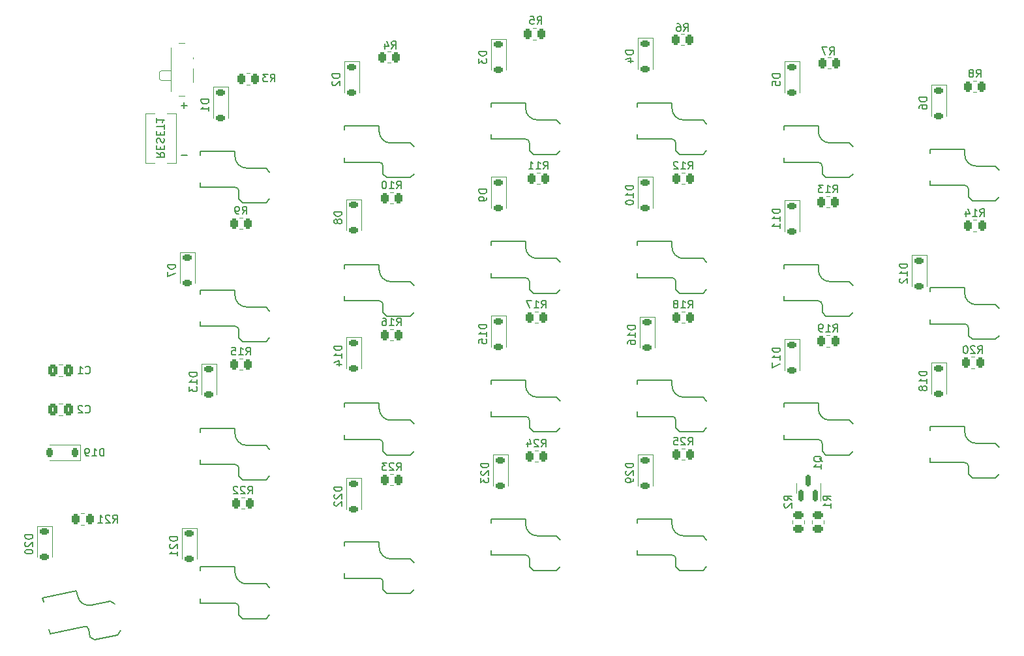
<source format=gbo>
%TF.GenerationSoftware,KiCad,Pcbnew,7.0.5-0*%
%TF.CreationDate,2023-09-10T21:20:09+09:30*%
%TF.ProjectId,Rolio,526f6c69-6f2e-46b6-9963-61645f706362,rev?*%
%TF.SameCoordinates,Original*%
%TF.FileFunction,Legend,Bot*%
%TF.FilePolarity,Positive*%
%FSLAX46Y46*%
G04 Gerber Fmt 4.6, Leading zero omitted, Abs format (unit mm)*
G04 Created by KiCad (PCBNEW 7.0.5-0) date 2023-09-10 21:20:09*
%MOMM*%
%LPD*%
G01*
G04 APERTURE LIST*
G04 Aperture macros list*
%AMRoundRect*
0 Rectangle with rounded corners*
0 $1 Rounding radius*
0 $2 $3 $4 $5 $6 $7 $8 $9 X,Y pos of 4 corners*
0 Add a 4 corners polygon primitive as box body*
4,1,4,$2,$3,$4,$5,$6,$7,$8,$9,$2,$3,0*
0 Add four circle primitives for the rounded corners*
1,1,$1+$1,$2,$3*
1,1,$1+$1,$4,$5*
1,1,$1+$1,$6,$7*
1,1,$1+$1,$8,$9*
0 Add four rect primitives between the rounded corners*
20,1,$1+$1,$2,$3,$4,$5,0*
20,1,$1+$1,$4,$5,$6,$7,0*
20,1,$1+$1,$6,$7,$8,$9,0*
20,1,$1+$1,$8,$9,$2,$3,0*%
%AMRotRect*
0 Rectangle, with rotation*
0 The origin of the aperture is its center*
0 $1 length*
0 $2 width*
0 $3 Rotation angle, in degrees counterclockwise*
0 Add horizontal line*
21,1,$1,$2,0,0,$3*%
G04 Aperture macros list end*
%ADD10C,0.150000*%
%ADD11C,0.120000*%
%ADD12C,1.701800*%
%ADD13C,3.000000*%
%ADD14C,3.429000*%
%ADD15C,0.990600*%
%ADD16R,2.600000X2.600000*%
%ADD17C,4.300000*%
%ADD18R,1.700000X1.700000*%
%ADD19O,1.700000X1.700000*%
%ADD20C,1.500000*%
%ADD21C,1.600000*%
%ADD22R,1.600000X1.600000*%
%ADD23O,1.600000X1.600000*%
%ADD24RotRect,2.600000X2.600000X12.000000*%
%ADD25R,1.350000X1.350000*%
%ADD26O,1.350000X1.350000*%
%ADD27RoundRect,0.250000X0.262500X0.450000X-0.262500X0.450000X-0.262500X-0.450000X0.262500X-0.450000X0*%
%ADD28RoundRect,0.225000X-0.375000X0.225000X-0.375000X-0.225000X0.375000X-0.225000X0.375000X0.225000X0*%
%ADD29RoundRect,0.250000X0.337500X0.475000X-0.337500X0.475000X-0.337500X-0.475000X0.337500X-0.475000X0*%
%ADD30RoundRect,0.250000X0.450000X-0.262500X0.450000X0.262500X-0.450000X0.262500X-0.450000X-0.262500X0*%
%ADD31R,0.800000X1.000000*%
%ADD32C,0.900000*%
%ADD33R,1.500000X0.700000*%
%ADD34RoundRect,0.250000X-0.337500X-0.475000X0.337500X-0.475000X0.337500X0.475000X-0.337500X0.475000X0*%
%ADD35R,1.000000X1.250000*%
%ADD36RoundRect,0.225000X0.225000X0.375000X-0.225000X0.375000X-0.225000X-0.375000X0.225000X-0.375000X0*%
%ADD37RoundRect,0.150000X0.150000X-0.587500X0.150000X0.587500X-0.150000X0.587500X-0.150000X-0.587500X0*%
G04 APERTURE END LIST*
D10*
X75355220Y-45372866D02*
X74593316Y-45372866D01*
X74974268Y-45753819D02*
X74974268Y-44991914D01*
X75355220Y-51812866D02*
X74593316Y-51812866D01*
X177831166Y-41694819D02*
X178164499Y-41218628D01*
X178402594Y-41694819D02*
X178402594Y-40694819D01*
X178402594Y-40694819D02*
X178021642Y-40694819D01*
X178021642Y-40694819D02*
X177926404Y-40742438D01*
X177926404Y-40742438D02*
X177878785Y-40790057D01*
X177878785Y-40790057D02*
X177831166Y-40885295D01*
X177831166Y-40885295D02*
X177831166Y-41028152D01*
X177831166Y-41028152D02*
X177878785Y-41123390D01*
X177878785Y-41123390D02*
X177926404Y-41171009D01*
X177926404Y-41171009D02*
X178021642Y-41218628D01*
X178021642Y-41218628D02*
X178402594Y-41218628D01*
X177259737Y-41123390D02*
X177354975Y-41075771D01*
X177354975Y-41075771D02*
X177402594Y-41028152D01*
X177402594Y-41028152D02*
X177450213Y-40932914D01*
X177450213Y-40932914D02*
X177450213Y-40885295D01*
X177450213Y-40885295D02*
X177402594Y-40790057D01*
X177402594Y-40790057D02*
X177354975Y-40742438D01*
X177354975Y-40742438D02*
X177259737Y-40694819D01*
X177259737Y-40694819D02*
X177069261Y-40694819D01*
X177069261Y-40694819D02*
X176974023Y-40742438D01*
X176974023Y-40742438D02*
X176926404Y-40790057D01*
X176926404Y-40790057D02*
X176878785Y-40885295D01*
X176878785Y-40885295D02*
X176878785Y-40932914D01*
X176878785Y-40932914D02*
X176926404Y-41028152D01*
X176926404Y-41028152D02*
X176974023Y-41075771D01*
X176974023Y-41075771D02*
X177069261Y-41123390D01*
X177069261Y-41123390D02*
X177259737Y-41123390D01*
X177259737Y-41123390D02*
X177354975Y-41171009D01*
X177354975Y-41171009D02*
X177402594Y-41218628D01*
X177402594Y-41218628D02*
X177450213Y-41313866D01*
X177450213Y-41313866D02*
X177450213Y-41504342D01*
X177450213Y-41504342D02*
X177402594Y-41599580D01*
X177402594Y-41599580D02*
X177354975Y-41647200D01*
X177354975Y-41647200D02*
X177259737Y-41694819D01*
X177259737Y-41694819D02*
X177069261Y-41694819D01*
X177069261Y-41694819D02*
X176974023Y-41647200D01*
X176974023Y-41647200D02*
X176926404Y-41599580D01*
X176926404Y-41599580D02*
X176878785Y-41504342D01*
X176878785Y-41504342D02*
X176878785Y-41313866D01*
X176878785Y-41313866D02*
X176926404Y-41218628D01*
X176926404Y-41218628D02*
X176974023Y-41171009D01*
X176974023Y-41171009D02*
X177069261Y-41123390D01*
X152360319Y-76851714D02*
X151360319Y-76851714D01*
X151360319Y-76851714D02*
X151360319Y-77089809D01*
X151360319Y-77089809D02*
X151407938Y-77232666D01*
X151407938Y-77232666D02*
X151503176Y-77327904D01*
X151503176Y-77327904D02*
X151598414Y-77375523D01*
X151598414Y-77375523D02*
X151788890Y-77423142D01*
X151788890Y-77423142D02*
X151931747Y-77423142D01*
X151931747Y-77423142D02*
X152122223Y-77375523D01*
X152122223Y-77375523D02*
X152217461Y-77327904D01*
X152217461Y-77327904D02*
X152312700Y-77232666D01*
X152312700Y-77232666D02*
X152360319Y-77089809D01*
X152360319Y-77089809D02*
X152360319Y-76851714D01*
X152360319Y-78375523D02*
X152360319Y-77804095D01*
X152360319Y-78089809D02*
X151360319Y-78089809D01*
X151360319Y-78089809D02*
X151503176Y-77994571D01*
X151503176Y-77994571D02*
X151598414Y-77899333D01*
X151598414Y-77899333D02*
X151646033Y-77804095D01*
X151360319Y-78708857D02*
X151360319Y-79375523D01*
X151360319Y-79375523D02*
X152360319Y-78946952D01*
X62164166Y-85195580D02*
X62211785Y-85243200D01*
X62211785Y-85243200D02*
X62354642Y-85290819D01*
X62354642Y-85290819D02*
X62449880Y-85290819D01*
X62449880Y-85290819D02*
X62592737Y-85243200D01*
X62592737Y-85243200D02*
X62687975Y-85147961D01*
X62687975Y-85147961D02*
X62735594Y-85052723D01*
X62735594Y-85052723D02*
X62783213Y-84862247D01*
X62783213Y-84862247D02*
X62783213Y-84719390D01*
X62783213Y-84719390D02*
X62735594Y-84528914D01*
X62735594Y-84528914D02*
X62687975Y-84433676D01*
X62687975Y-84433676D02*
X62592737Y-84338438D01*
X62592737Y-84338438D02*
X62449880Y-84290819D01*
X62449880Y-84290819D02*
X62354642Y-84290819D01*
X62354642Y-84290819D02*
X62211785Y-84338438D01*
X62211785Y-84338438D02*
X62164166Y-84386057D01*
X61783213Y-84386057D02*
X61735594Y-84338438D01*
X61735594Y-84338438D02*
X61640356Y-84290819D01*
X61640356Y-84290819D02*
X61402261Y-84290819D01*
X61402261Y-84290819D02*
X61307023Y-84338438D01*
X61307023Y-84338438D02*
X61259404Y-84386057D01*
X61259404Y-84386057D02*
X61211785Y-84481295D01*
X61211785Y-84481295D02*
X61211785Y-84576533D01*
X61211785Y-84576533D02*
X61259404Y-84719390D01*
X61259404Y-84719390D02*
X61830832Y-85290819D01*
X61830832Y-85290819D02*
X61211785Y-85290819D01*
X133310319Y-55769714D02*
X132310319Y-55769714D01*
X132310319Y-55769714D02*
X132310319Y-56007809D01*
X132310319Y-56007809D02*
X132357938Y-56150666D01*
X132357938Y-56150666D02*
X132453176Y-56245904D01*
X132453176Y-56245904D02*
X132548414Y-56293523D01*
X132548414Y-56293523D02*
X132738890Y-56341142D01*
X132738890Y-56341142D02*
X132881747Y-56341142D01*
X132881747Y-56341142D02*
X133072223Y-56293523D01*
X133072223Y-56293523D02*
X133167461Y-56245904D01*
X133167461Y-56245904D02*
X133262700Y-56150666D01*
X133262700Y-56150666D02*
X133310319Y-56007809D01*
X133310319Y-56007809D02*
X133310319Y-55769714D01*
X133310319Y-57293523D02*
X133310319Y-56722095D01*
X133310319Y-57007809D02*
X132310319Y-57007809D01*
X132310319Y-57007809D02*
X132453176Y-56912571D01*
X132453176Y-56912571D02*
X132548414Y-56817333D01*
X132548414Y-56817333D02*
X132596033Y-56722095D01*
X132310319Y-57912571D02*
X132310319Y-58007809D01*
X132310319Y-58007809D02*
X132357938Y-58103047D01*
X132357938Y-58103047D02*
X132405557Y-58150666D01*
X132405557Y-58150666D02*
X132500795Y-58198285D01*
X132500795Y-58198285D02*
X132691271Y-58245904D01*
X132691271Y-58245904D02*
X132929366Y-58245904D01*
X132929366Y-58245904D02*
X133119842Y-58198285D01*
X133119842Y-58198285D02*
X133215080Y-58150666D01*
X133215080Y-58150666D02*
X133262700Y-58103047D01*
X133262700Y-58103047D02*
X133310319Y-58007809D01*
X133310319Y-58007809D02*
X133310319Y-57912571D01*
X133310319Y-57912571D02*
X133262700Y-57817333D01*
X133262700Y-57817333D02*
X133215080Y-57769714D01*
X133215080Y-57769714D02*
X133119842Y-57722095D01*
X133119842Y-57722095D02*
X132929366Y-57674476D01*
X132929366Y-57674476D02*
X132691271Y-57674476D01*
X132691271Y-57674476D02*
X132500795Y-57722095D01*
X132500795Y-57722095D02*
X132405557Y-57769714D01*
X132405557Y-57769714D02*
X132357938Y-57817333D01*
X132357938Y-57817333D02*
X132310319Y-57912571D01*
X76668319Y-80027714D02*
X75668319Y-80027714D01*
X75668319Y-80027714D02*
X75668319Y-80265809D01*
X75668319Y-80265809D02*
X75715938Y-80408666D01*
X75715938Y-80408666D02*
X75811176Y-80503904D01*
X75811176Y-80503904D02*
X75906414Y-80551523D01*
X75906414Y-80551523D02*
X76096890Y-80599142D01*
X76096890Y-80599142D02*
X76239747Y-80599142D01*
X76239747Y-80599142D02*
X76430223Y-80551523D01*
X76430223Y-80551523D02*
X76525461Y-80503904D01*
X76525461Y-80503904D02*
X76620700Y-80408666D01*
X76620700Y-80408666D02*
X76668319Y-80265809D01*
X76668319Y-80265809D02*
X76668319Y-80027714D01*
X76668319Y-81551523D02*
X76668319Y-80980095D01*
X76668319Y-81265809D02*
X75668319Y-81265809D01*
X75668319Y-81265809D02*
X75811176Y-81170571D01*
X75811176Y-81170571D02*
X75906414Y-81075333D01*
X75906414Y-81075333D02*
X75954033Y-80980095D01*
X75668319Y-81884857D02*
X75668319Y-82503904D01*
X75668319Y-82503904D02*
X76049271Y-82170571D01*
X76049271Y-82170571D02*
X76049271Y-82313428D01*
X76049271Y-82313428D02*
X76096890Y-82408666D01*
X76096890Y-82408666D02*
X76144509Y-82456285D01*
X76144509Y-82456285D02*
X76239747Y-82503904D01*
X76239747Y-82503904D02*
X76477842Y-82503904D01*
X76477842Y-82503904D02*
X76573080Y-82456285D01*
X76573080Y-82456285D02*
X76620700Y-82408666D01*
X76620700Y-82408666D02*
X76668319Y-82313428D01*
X76668319Y-82313428D02*
X76668319Y-82027714D01*
X76668319Y-82027714D02*
X76620700Y-81932476D01*
X76620700Y-81932476D02*
X76573080Y-81884857D01*
X140427857Y-53630819D02*
X140761190Y-53154628D01*
X140999285Y-53630819D02*
X140999285Y-52630819D01*
X140999285Y-52630819D02*
X140618333Y-52630819D01*
X140618333Y-52630819D02*
X140523095Y-52678438D01*
X140523095Y-52678438D02*
X140475476Y-52726057D01*
X140475476Y-52726057D02*
X140427857Y-52821295D01*
X140427857Y-52821295D02*
X140427857Y-52964152D01*
X140427857Y-52964152D02*
X140475476Y-53059390D01*
X140475476Y-53059390D02*
X140523095Y-53107009D01*
X140523095Y-53107009D02*
X140618333Y-53154628D01*
X140618333Y-53154628D02*
X140999285Y-53154628D01*
X139475476Y-53630819D02*
X140046904Y-53630819D01*
X139761190Y-53630819D02*
X139761190Y-52630819D01*
X139761190Y-52630819D02*
X139856428Y-52773676D01*
X139856428Y-52773676D02*
X139951666Y-52868914D01*
X139951666Y-52868914D02*
X140046904Y-52916533D01*
X139094523Y-52726057D02*
X139046904Y-52678438D01*
X139046904Y-52678438D02*
X138951666Y-52630819D01*
X138951666Y-52630819D02*
X138713571Y-52630819D01*
X138713571Y-52630819D02*
X138618333Y-52678438D01*
X138618333Y-52678438D02*
X138570714Y-52726057D01*
X138570714Y-52726057D02*
X138523095Y-52821295D01*
X138523095Y-52821295D02*
X138523095Y-52916533D01*
X138523095Y-52916533D02*
X138570714Y-53059390D01*
X138570714Y-53059390D02*
X139142142Y-53630819D01*
X139142142Y-53630819D02*
X138523095Y-53630819D01*
X78192319Y-44561905D02*
X77192319Y-44561905D01*
X77192319Y-44561905D02*
X77192319Y-44800000D01*
X77192319Y-44800000D02*
X77239938Y-44942857D01*
X77239938Y-44942857D02*
X77335176Y-45038095D01*
X77335176Y-45038095D02*
X77430414Y-45085714D01*
X77430414Y-45085714D02*
X77620890Y-45133333D01*
X77620890Y-45133333D02*
X77763747Y-45133333D01*
X77763747Y-45133333D02*
X77954223Y-45085714D01*
X77954223Y-45085714D02*
X78049461Y-45038095D01*
X78049461Y-45038095D02*
X78144700Y-44942857D01*
X78144700Y-44942857D02*
X78192319Y-44800000D01*
X78192319Y-44800000D02*
X78192319Y-44561905D01*
X78192319Y-46085714D02*
X78192319Y-45514286D01*
X78192319Y-45800000D02*
X77192319Y-45800000D01*
X77192319Y-45800000D02*
X77335176Y-45704762D01*
X77335176Y-45704762D02*
X77430414Y-45609524D01*
X77430414Y-45609524D02*
X77478033Y-45514286D01*
X102581857Y-56170819D02*
X102915190Y-55694628D01*
X103153285Y-56170819D02*
X103153285Y-55170819D01*
X103153285Y-55170819D02*
X102772333Y-55170819D01*
X102772333Y-55170819D02*
X102677095Y-55218438D01*
X102677095Y-55218438D02*
X102629476Y-55266057D01*
X102629476Y-55266057D02*
X102581857Y-55361295D01*
X102581857Y-55361295D02*
X102581857Y-55504152D01*
X102581857Y-55504152D02*
X102629476Y-55599390D01*
X102629476Y-55599390D02*
X102677095Y-55647009D01*
X102677095Y-55647009D02*
X102772333Y-55694628D01*
X102772333Y-55694628D02*
X103153285Y-55694628D01*
X101629476Y-56170819D02*
X102200904Y-56170819D01*
X101915190Y-56170819D02*
X101915190Y-55170819D01*
X101915190Y-55170819D02*
X102010428Y-55313676D01*
X102010428Y-55313676D02*
X102105666Y-55408914D01*
X102105666Y-55408914D02*
X102200904Y-55456533D01*
X101010428Y-55170819D02*
X100915190Y-55170819D01*
X100915190Y-55170819D02*
X100819952Y-55218438D01*
X100819952Y-55218438D02*
X100772333Y-55266057D01*
X100772333Y-55266057D02*
X100724714Y-55361295D01*
X100724714Y-55361295D02*
X100677095Y-55551771D01*
X100677095Y-55551771D02*
X100677095Y-55789866D01*
X100677095Y-55789866D02*
X100724714Y-55980342D01*
X100724714Y-55980342D02*
X100772333Y-56075580D01*
X100772333Y-56075580D02*
X100819952Y-56123200D01*
X100819952Y-56123200D02*
X100915190Y-56170819D01*
X100915190Y-56170819D02*
X101010428Y-56170819D01*
X101010428Y-56170819D02*
X101105666Y-56123200D01*
X101105666Y-56123200D02*
X101153285Y-56075580D01*
X101153285Y-56075580D02*
X101200904Y-55980342D01*
X101200904Y-55980342D02*
X101248523Y-55789866D01*
X101248523Y-55789866D02*
X101248523Y-55551771D01*
X101248523Y-55551771D02*
X101200904Y-55361295D01*
X101200904Y-55361295D02*
X101153285Y-55266057D01*
X101153285Y-55266057D02*
X101105666Y-55218438D01*
X101105666Y-55218438D02*
X101010428Y-55170819D01*
X168870319Y-65931714D02*
X167870319Y-65931714D01*
X167870319Y-65931714D02*
X167870319Y-66169809D01*
X167870319Y-66169809D02*
X167917938Y-66312666D01*
X167917938Y-66312666D02*
X168013176Y-66407904D01*
X168013176Y-66407904D02*
X168108414Y-66455523D01*
X168108414Y-66455523D02*
X168298890Y-66503142D01*
X168298890Y-66503142D02*
X168441747Y-66503142D01*
X168441747Y-66503142D02*
X168632223Y-66455523D01*
X168632223Y-66455523D02*
X168727461Y-66407904D01*
X168727461Y-66407904D02*
X168822700Y-66312666D01*
X168822700Y-66312666D02*
X168870319Y-66169809D01*
X168870319Y-66169809D02*
X168870319Y-65931714D01*
X168870319Y-67455523D02*
X168870319Y-66884095D01*
X168870319Y-67169809D02*
X167870319Y-67169809D01*
X167870319Y-67169809D02*
X168013176Y-67074571D01*
X168013176Y-67074571D02*
X168108414Y-66979333D01*
X168108414Y-66979333D02*
X168156033Y-66884095D01*
X167965557Y-67836476D02*
X167917938Y-67884095D01*
X167917938Y-67884095D02*
X167870319Y-67979333D01*
X167870319Y-67979333D02*
X167870319Y-68217428D01*
X167870319Y-68217428D02*
X167917938Y-68312666D01*
X167917938Y-68312666D02*
X167965557Y-68360285D01*
X167965557Y-68360285D02*
X168060795Y-68407904D01*
X168060795Y-68407904D02*
X168156033Y-68407904D01*
X168156033Y-68407904D02*
X168298890Y-68360285D01*
X168298890Y-68360285D02*
X168870319Y-67788857D01*
X168870319Y-67788857D02*
X168870319Y-68407904D01*
X95464319Y-76598214D02*
X94464319Y-76598214D01*
X94464319Y-76598214D02*
X94464319Y-76836309D01*
X94464319Y-76836309D02*
X94511938Y-76979166D01*
X94511938Y-76979166D02*
X94607176Y-77074404D01*
X94607176Y-77074404D02*
X94702414Y-77122023D01*
X94702414Y-77122023D02*
X94892890Y-77169642D01*
X94892890Y-77169642D02*
X95035747Y-77169642D01*
X95035747Y-77169642D02*
X95226223Y-77122023D01*
X95226223Y-77122023D02*
X95321461Y-77074404D01*
X95321461Y-77074404D02*
X95416700Y-76979166D01*
X95416700Y-76979166D02*
X95464319Y-76836309D01*
X95464319Y-76836309D02*
X95464319Y-76598214D01*
X95464319Y-78122023D02*
X95464319Y-77550595D01*
X95464319Y-77836309D02*
X94464319Y-77836309D01*
X94464319Y-77836309D02*
X94607176Y-77741071D01*
X94607176Y-77741071D02*
X94702414Y-77645833D01*
X94702414Y-77645833D02*
X94750033Y-77550595D01*
X94797652Y-78979166D02*
X95464319Y-78979166D01*
X94416700Y-78741071D02*
X95130985Y-78502976D01*
X95130985Y-78502976D02*
X95130985Y-79122023D01*
X153870319Y-96628833D02*
X153394128Y-96295500D01*
X153870319Y-96057405D02*
X152870319Y-96057405D01*
X152870319Y-96057405D02*
X152870319Y-96438357D01*
X152870319Y-96438357D02*
X152917938Y-96533595D01*
X152917938Y-96533595D02*
X152965557Y-96581214D01*
X152965557Y-96581214D02*
X153060795Y-96628833D01*
X153060795Y-96628833D02*
X153203652Y-96628833D01*
X153203652Y-96628833D02*
X153298890Y-96581214D01*
X153298890Y-96581214D02*
X153346509Y-96533595D01*
X153346509Y-96533595D02*
X153394128Y-96438357D01*
X153394128Y-96438357D02*
X153394128Y-96057405D01*
X152965557Y-97009786D02*
X152917938Y-97057405D01*
X152917938Y-97057405D02*
X152870319Y-97152643D01*
X152870319Y-97152643D02*
X152870319Y-97390738D01*
X152870319Y-97390738D02*
X152917938Y-97485976D01*
X152917938Y-97485976D02*
X152965557Y-97533595D01*
X152965557Y-97533595D02*
X153060795Y-97581214D01*
X153060795Y-97581214D02*
X153156033Y-97581214D01*
X153156033Y-97581214D02*
X153298890Y-97533595D01*
X153298890Y-97533595D02*
X153870319Y-96962167D01*
X153870319Y-96962167D02*
X153870319Y-97581214D01*
X65722522Y-99536431D02*
X66055855Y-99060240D01*
X66293950Y-99536431D02*
X66293950Y-98536431D01*
X66293950Y-98536431D02*
X65912998Y-98536431D01*
X65912998Y-98536431D02*
X65817760Y-98584050D01*
X65817760Y-98584050D02*
X65770141Y-98631669D01*
X65770141Y-98631669D02*
X65722522Y-98726907D01*
X65722522Y-98726907D02*
X65722522Y-98869764D01*
X65722522Y-98869764D02*
X65770141Y-98965002D01*
X65770141Y-98965002D02*
X65817760Y-99012621D01*
X65817760Y-99012621D02*
X65912998Y-99060240D01*
X65912998Y-99060240D02*
X66293950Y-99060240D01*
X65341569Y-98631669D02*
X65293950Y-98584050D01*
X65293950Y-98584050D02*
X65198712Y-98536431D01*
X65198712Y-98536431D02*
X64960617Y-98536431D01*
X64960617Y-98536431D02*
X64865379Y-98584050D01*
X64865379Y-98584050D02*
X64817760Y-98631669D01*
X64817760Y-98631669D02*
X64770141Y-98726907D01*
X64770141Y-98726907D02*
X64770141Y-98822145D01*
X64770141Y-98822145D02*
X64817760Y-98965002D01*
X64817760Y-98965002D02*
X65389188Y-99536431D01*
X65389188Y-99536431D02*
X64770141Y-99536431D01*
X63817760Y-99536431D02*
X64389188Y-99536431D01*
X64103474Y-99536431D02*
X64103474Y-98536431D01*
X64103474Y-98536431D02*
X64198712Y-98679288D01*
X64198712Y-98679288D02*
X64293950Y-98774526D01*
X64293950Y-98774526D02*
X64389188Y-98822145D01*
X114260319Y-73803714D02*
X113260319Y-73803714D01*
X113260319Y-73803714D02*
X113260319Y-74041809D01*
X113260319Y-74041809D02*
X113307938Y-74184666D01*
X113307938Y-74184666D02*
X113403176Y-74279904D01*
X113403176Y-74279904D02*
X113498414Y-74327523D01*
X113498414Y-74327523D02*
X113688890Y-74375142D01*
X113688890Y-74375142D02*
X113831747Y-74375142D01*
X113831747Y-74375142D02*
X114022223Y-74327523D01*
X114022223Y-74327523D02*
X114117461Y-74279904D01*
X114117461Y-74279904D02*
X114212700Y-74184666D01*
X114212700Y-74184666D02*
X114260319Y-74041809D01*
X114260319Y-74041809D02*
X114260319Y-73803714D01*
X114260319Y-75327523D02*
X114260319Y-74756095D01*
X114260319Y-75041809D02*
X113260319Y-75041809D01*
X113260319Y-75041809D02*
X113403176Y-74946571D01*
X113403176Y-74946571D02*
X113498414Y-74851333D01*
X113498414Y-74851333D02*
X113546033Y-74756095D01*
X113260319Y-76232285D02*
X113260319Y-75756095D01*
X113260319Y-75756095D02*
X113736509Y-75708476D01*
X113736509Y-75708476D02*
X113688890Y-75756095D01*
X113688890Y-75756095D02*
X113641271Y-75851333D01*
X113641271Y-75851333D02*
X113641271Y-76089428D01*
X113641271Y-76089428D02*
X113688890Y-76184666D01*
X113688890Y-76184666D02*
X113736509Y-76232285D01*
X113736509Y-76232285D02*
X113831747Y-76279904D01*
X113831747Y-76279904D02*
X114069842Y-76279904D01*
X114069842Y-76279904D02*
X114165080Y-76232285D01*
X114165080Y-76232285D02*
X114212700Y-76184666D01*
X114212700Y-76184666D02*
X114260319Y-76089428D01*
X114260319Y-76089428D02*
X114260319Y-75851333D01*
X114260319Y-75851333D02*
X114212700Y-75756095D01*
X114212700Y-75756095D02*
X114165080Y-75708476D01*
X140427857Y-71664819D02*
X140761190Y-71188628D01*
X140999285Y-71664819D02*
X140999285Y-70664819D01*
X140999285Y-70664819D02*
X140618333Y-70664819D01*
X140618333Y-70664819D02*
X140523095Y-70712438D01*
X140523095Y-70712438D02*
X140475476Y-70760057D01*
X140475476Y-70760057D02*
X140427857Y-70855295D01*
X140427857Y-70855295D02*
X140427857Y-70998152D01*
X140427857Y-70998152D02*
X140475476Y-71093390D01*
X140475476Y-71093390D02*
X140523095Y-71141009D01*
X140523095Y-71141009D02*
X140618333Y-71188628D01*
X140618333Y-71188628D02*
X140999285Y-71188628D01*
X139475476Y-71664819D02*
X140046904Y-71664819D01*
X139761190Y-71664819D02*
X139761190Y-70664819D01*
X139761190Y-70664819D02*
X139856428Y-70807676D01*
X139856428Y-70807676D02*
X139951666Y-70902914D01*
X139951666Y-70902914D02*
X140046904Y-70950533D01*
X138904047Y-71093390D02*
X138999285Y-71045771D01*
X138999285Y-71045771D02*
X139046904Y-70998152D01*
X139046904Y-70998152D02*
X139094523Y-70902914D01*
X139094523Y-70902914D02*
X139094523Y-70855295D01*
X139094523Y-70855295D02*
X139046904Y-70760057D01*
X139046904Y-70760057D02*
X138999285Y-70712438D01*
X138999285Y-70712438D02*
X138904047Y-70664819D01*
X138904047Y-70664819D02*
X138713571Y-70664819D01*
X138713571Y-70664819D02*
X138618333Y-70712438D01*
X138618333Y-70712438D02*
X138570714Y-70760057D01*
X138570714Y-70760057D02*
X138523095Y-70855295D01*
X138523095Y-70855295D02*
X138523095Y-70902914D01*
X138523095Y-70902914D02*
X138570714Y-70998152D01*
X138570714Y-70998152D02*
X138618333Y-71045771D01*
X138618333Y-71045771D02*
X138713571Y-71093390D01*
X138713571Y-71093390D02*
X138904047Y-71093390D01*
X138904047Y-71093390D02*
X138999285Y-71141009D01*
X138999285Y-71141009D02*
X139046904Y-71188628D01*
X139046904Y-71188628D02*
X139094523Y-71283866D01*
X139094523Y-71283866D02*
X139094523Y-71474342D01*
X139094523Y-71474342D02*
X139046904Y-71569580D01*
X139046904Y-71569580D02*
X138999285Y-71617200D01*
X138999285Y-71617200D02*
X138904047Y-71664819D01*
X138904047Y-71664819D02*
X138713571Y-71664819D01*
X138713571Y-71664819D02*
X138618333Y-71617200D01*
X138618333Y-71617200D02*
X138570714Y-71569580D01*
X138570714Y-71569580D02*
X138523095Y-71474342D01*
X138523095Y-71474342D02*
X138523095Y-71283866D01*
X138523095Y-71283866D02*
X138570714Y-71188628D01*
X138570714Y-71188628D02*
X138618333Y-71141009D01*
X138618333Y-71141009D02*
X138713571Y-71093390D01*
X159242357Y-74750819D02*
X159575690Y-74274628D01*
X159813785Y-74750819D02*
X159813785Y-73750819D01*
X159813785Y-73750819D02*
X159432833Y-73750819D01*
X159432833Y-73750819D02*
X159337595Y-73798438D01*
X159337595Y-73798438D02*
X159289976Y-73846057D01*
X159289976Y-73846057D02*
X159242357Y-73941295D01*
X159242357Y-73941295D02*
X159242357Y-74084152D01*
X159242357Y-74084152D02*
X159289976Y-74179390D01*
X159289976Y-74179390D02*
X159337595Y-74227009D01*
X159337595Y-74227009D02*
X159432833Y-74274628D01*
X159432833Y-74274628D02*
X159813785Y-74274628D01*
X158289976Y-74750819D02*
X158861404Y-74750819D01*
X158575690Y-74750819D02*
X158575690Y-73750819D01*
X158575690Y-73750819D02*
X158670928Y-73893676D01*
X158670928Y-73893676D02*
X158766166Y-73988914D01*
X158766166Y-73988914D02*
X158861404Y-74036533D01*
X157813785Y-74750819D02*
X157623309Y-74750819D01*
X157623309Y-74750819D02*
X157528071Y-74703200D01*
X157528071Y-74703200D02*
X157480452Y-74655580D01*
X157480452Y-74655580D02*
X157385214Y-74512723D01*
X157385214Y-74512723D02*
X157337595Y-74322247D01*
X157337595Y-74322247D02*
X157337595Y-73941295D01*
X157337595Y-73941295D02*
X157385214Y-73846057D01*
X157385214Y-73846057D02*
X157432833Y-73798438D01*
X157432833Y-73798438D02*
X157528071Y-73750819D01*
X157528071Y-73750819D02*
X157718547Y-73750819D01*
X157718547Y-73750819D02*
X157813785Y-73798438D01*
X157813785Y-73798438D02*
X157861404Y-73846057D01*
X157861404Y-73846057D02*
X157909023Y-73941295D01*
X157909023Y-73941295D02*
X157909023Y-74179390D01*
X157909023Y-74179390D02*
X157861404Y-74274628D01*
X157861404Y-74274628D02*
X157813785Y-74322247D01*
X157813785Y-74322247D02*
X157718547Y-74369866D01*
X157718547Y-74369866D02*
X157528071Y-74369866D01*
X157528071Y-74369866D02*
X157432833Y-74322247D01*
X157432833Y-74322247D02*
X157385214Y-74274628D01*
X157385214Y-74274628D02*
X157337595Y-74179390D01*
X178292357Y-59764819D02*
X178625690Y-59288628D01*
X178863785Y-59764819D02*
X178863785Y-58764819D01*
X178863785Y-58764819D02*
X178482833Y-58764819D01*
X178482833Y-58764819D02*
X178387595Y-58812438D01*
X178387595Y-58812438D02*
X178339976Y-58860057D01*
X178339976Y-58860057D02*
X178292357Y-58955295D01*
X178292357Y-58955295D02*
X178292357Y-59098152D01*
X178292357Y-59098152D02*
X178339976Y-59193390D01*
X178339976Y-59193390D02*
X178387595Y-59241009D01*
X178387595Y-59241009D02*
X178482833Y-59288628D01*
X178482833Y-59288628D02*
X178863785Y-59288628D01*
X177339976Y-59764819D02*
X177911404Y-59764819D01*
X177625690Y-59764819D02*
X177625690Y-58764819D01*
X177625690Y-58764819D02*
X177720928Y-58907676D01*
X177720928Y-58907676D02*
X177816166Y-59002914D01*
X177816166Y-59002914D02*
X177911404Y-59050533D01*
X176482833Y-59098152D02*
X176482833Y-59764819D01*
X176720928Y-58717200D02*
X176959023Y-59431485D01*
X176959023Y-59431485D02*
X176339976Y-59431485D01*
X114260319Y-38339905D02*
X113260319Y-38339905D01*
X113260319Y-38339905D02*
X113260319Y-38578000D01*
X113260319Y-38578000D02*
X113307938Y-38720857D01*
X113307938Y-38720857D02*
X113403176Y-38816095D01*
X113403176Y-38816095D02*
X113498414Y-38863714D01*
X113498414Y-38863714D02*
X113688890Y-38911333D01*
X113688890Y-38911333D02*
X113831747Y-38911333D01*
X113831747Y-38911333D02*
X114022223Y-38863714D01*
X114022223Y-38863714D02*
X114117461Y-38816095D01*
X114117461Y-38816095D02*
X114212700Y-38720857D01*
X114212700Y-38720857D02*
X114260319Y-38578000D01*
X114260319Y-38578000D02*
X114260319Y-38339905D01*
X113260319Y-39244667D02*
X113260319Y-39863714D01*
X113260319Y-39863714D02*
X113641271Y-39530381D01*
X113641271Y-39530381D02*
X113641271Y-39673238D01*
X113641271Y-39673238D02*
X113688890Y-39768476D01*
X113688890Y-39768476D02*
X113736509Y-39816095D01*
X113736509Y-39816095D02*
X113831747Y-39863714D01*
X113831747Y-39863714D02*
X114069842Y-39863714D01*
X114069842Y-39863714D02*
X114165080Y-39816095D01*
X114165080Y-39816095D02*
X114212700Y-39768476D01*
X114212700Y-39768476D02*
X114260319Y-39673238D01*
X114260319Y-39673238D02*
X114260319Y-39387524D01*
X114260319Y-39387524D02*
X114212700Y-39292286D01*
X114212700Y-39292286D02*
X114165080Y-39244667D01*
X121377857Y-89698819D02*
X121711190Y-89222628D01*
X121949285Y-89698819D02*
X121949285Y-88698819D01*
X121949285Y-88698819D02*
X121568333Y-88698819D01*
X121568333Y-88698819D02*
X121473095Y-88746438D01*
X121473095Y-88746438D02*
X121425476Y-88794057D01*
X121425476Y-88794057D02*
X121377857Y-88889295D01*
X121377857Y-88889295D02*
X121377857Y-89032152D01*
X121377857Y-89032152D02*
X121425476Y-89127390D01*
X121425476Y-89127390D02*
X121473095Y-89175009D01*
X121473095Y-89175009D02*
X121568333Y-89222628D01*
X121568333Y-89222628D02*
X121949285Y-89222628D01*
X120996904Y-88794057D02*
X120949285Y-88746438D01*
X120949285Y-88746438D02*
X120854047Y-88698819D01*
X120854047Y-88698819D02*
X120615952Y-88698819D01*
X120615952Y-88698819D02*
X120520714Y-88746438D01*
X120520714Y-88746438D02*
X120473095Y-88794057D01*
X120473095Y-88794057D02*
X120425476Y-88889295D01*
X120425476Y-88889295D02*
X120425476Y-88984533D01*
X120425476Y-88984533D02*
X120473095Y-89127390D01*
X120473095Y-89127390D02*
X121044523Y-89698819D01*
X121044523Y-89698819D02*
X120425476Y-89698819D01*
X119568333Y-89032152D02*
X119568333Y-89698819D01*
X119806428Y-88651200D02*
X120044523Y-89365485D01*
X120044523Y-89365485D02*
X119425476Y-89365485D01*
X158950319Y-96628833D02*
X158474128Y-96295500D01*
X158950319Y-96057405D02*
X157950319Y-96057405D01*
X157950319Y-96057405D02*
X157950319Y-96438357D01*
X157950319Y-96438357D02*
X157997938Y-96533595D01*
X157997938Y-96533595D02*
X158045557Y-96581214D01*
X158045557Y-96581214D02*
X158140795Y-96628833D01*
X158140795Y-96628833D02*
X158283652Y-96628833D01*
X158283652Y-96628833D02*
X158378890Y-96581214D01*
X158378890Y-96581214D02*
X158426509Y-96533595D01*
X158426509Y-96533595D02*
X158474128Y-96438357D01*
X158474128Y-96438357D02*
X158474128Y-96057405D01*
X158950319Y-97581214D02*
X158950319Y-97009786D01*
X158950319Y-97295500D02*
X157950319Y-97295500D01*
X157950319Y-97295500D02*
X158093176Y-97200262D01*
X158093176Y-97200262D02*
X158188414Y-97105024D01*
X158188414Y-97105024D02*
X158236033Y-97009786D01*
X95464319Y-94889714D02*
X94464319Y-94889714D01*
X94464319Y-94889714D02*
X94464319Y-95127809D01*
X94464319Y-95127809D02*
X94511938Y-95270666D01*
X94511938Y-95270666D02*
X94607176Y-95365904D01*
X94607176Y-95365904D02*
X94702414Y-95413523D01*
X94702414Y-95413523D02*
X94892890Y-95461142D01*
X94892890Y-95461142D02*
X95035747Y-95461142D01*
X95035747Y-95461142D02*
X95226223Y-95413523D01*
X95226223Y-95413523D02*
X95321461Y-95365904D01*
X95321461Y-95365904D02*
X95416700Y-95270666D01*
X95416700Y-95270666D02*
X95464319Y-95127809D01*
X95464319Y-95127809D02*
X95464319Y-94889714D01*
X94559557Y-95842095D02*
X94511938Y-95889714D01*
X94511938Y-95889714D02*
X94464319Y-95984952D01*
X94464319Y-95984952D02*
X94464319Y-96223047D01*
X94464319Y-96223047D02*
X94511938Y-96318285D01*
X94511938Y-96318285D02*
X94559557Y-96365904D01*
X94559557Y-96365904D02*
X94654795Y-96413523D01*
X94654795Y-96413523D02*
X94750033Y-96413523D01*
X94750033Y-96413523D02*
X94892890Y-96365904D01*
X94892890Y-96365904D02*
X95464319Y-95794476D01*
X95464319Y-95794476D02*
X95464319Y-96413523D01*
X94559557Y-96794476D02*
X94511938Y-96842095D01*
X94511938Y-96842095D02*
X94464319Y-96937333D01*
X94464319Y-96937333D02*
X94464319Y-97175428D01*
X94464319Y-97175428D02*
X94511938Y-97270666D01*
X94511938Y-97270666D02*
X94559557Y-97318285D01*
X94559557Y-97318285D02*
X94654795Y-97365904D01*
X94654795Y-97365904D02*
X94750033Y-97365904D01*
X94750033Y-97365904D02*
X94892890Y-97318285D01*
X94892890Y-97318285D02*
X95464319Y-96746857D01*
X95464319Y-96746857D02*
X95464319Y-97365904D01*
X114514319Y-91837714D02*
X113514319Y-91837714D01*
X113514319Y-91837714D02*
X113514319Y-92075809D01*
X113514319Y-92075809D02*
X113561938Y-92218666D01*
X113561938Y-92218666D02*
X113657176Y-92313904D01*
X113657176Y-92313904D02*
X113752414Y-92361523D01*
X113752414Y-92361523D02*
X113942890Y-92409142D01*
X113942890Y-92409142D02*
X114085747Y-92409142D01*
X114085747Y-92409142D02*
X114276223Y-92361523D01*
X114276223Y-92361523D02*
X114371461Y-92313904D01*
X114371461Y-92313904D02*
X114466700Y-92218666D01*
X114466700Y-92218666D02*
X114514319Y-92075809D01*
X114514319Y-92075809D02*
X114514319Y-91837714D01*
X113609557Y-92790095D02*
X113561938Y-92837714D01*
X113561938Y-92837714D02*
X113514319Y-92932952D01*
X113514319Y-92932952D02*
X113514319Y-93171047D01*
X113514319Y-93171047D02*
X113561938Y-93266285D01*
X113561938Y-93266285D02*
X113609557Y-93313904D01*
X113609557Y-93313904D02*
X113704795Y-93361523D01*
X113704795Y-93361523D02*
X113800033Y-93361523D01*
X113800033Y-93361523D02*
X113942890Y-93313904D01*
X113942890Y-93313904D02*
X114514319Y-92742476D01*
X114514319Y-92742476D02*
X114514319Y-93361523D01*
X113514319Y-93694857D02*
X113514319Y-94313904D01*
X113514319Y-94313904D02*
X113895271Y-93980571D01*
X113895271Y-93980571D02*
X113895271Y-94123428D01*
X113895271Y-94123428D02*
X113942890Y-94218666D01*
X113942890Y-94218666D02*
X113990509Y-94266285D01*
X113990509Y-94266285D02*
X114085747Y-94313904D01*
X114085747Y-94313904D02*
X114323842Y-94313904D01*
X114323842Y-94313904D02*
X114419080Y-94266285D01*
X114419080Y-94266285D02*
X114466700Y-94218666D01*
X114466700Y-94218666D02*
X114514319Y-94123428D01*
X114514319Y-94123428D02*
X114514319Y-93837714D01*
X114514319Y-93837714D02*
X114466700Y-93742476D01*
X114466700Y-93742476D02*
X114419080Y-93694857D01*
X152360319Y-58817714D02*
X151360319Y-58817714D01*
X151360319Y-58817714D02*
X151360319Y-59055809D01*
X151360319Y-59055809D02*
X151407938Y-59198666D01*
X151407938Y-59198666D02*
X151503176Y-59293904D01*
X151503176Y-59293904D02*
X151598414Y-59341523D01*
X151598414Y-59341523D02*
X151788890Y-59389142D01*
X151788890Y-59389142D02*
X151931747Y-59389142D01*
X151931747Y-59389142D02*
X152122223Y-59341523D01*
X152122223Y-59341523D02*
X152217461Y-59293904D01*
X152217461Y-59293904D02*
X152312700Y-59198666D01*
X152312700Y-59198666D02*
X152360319Y-59055809D01*
X152360319Y-59055809D02*
X152360319Y-58817714D01*
X152360319Y-60341523D02*
X152360319Y-59770095D01*
X152360319Y-60055809D02*
X151360319Y-60055809D01*
X151360319Y-60055809D02*
X151503176Y-59960571D01*
X151503176Y-59960571D02*
X151598414Y-59865333D01*
X151598414Y-59865333D02*
X151646033Y-59770095D01*
X152360319Y-61293904D02*
X152360319Y-60722476D01*
X152360319Y-61008190D02*
X151360319Y-61008190D01*
X151360319Y-61008190D02*
X151503176Y-60912952D01*
X151503176Y-60912952D02*
X151598414Y-60817714D01*
X151598414Y-60817714D02*
X151646033Y-60722476D01*
X73874319Y-66025905D02*
X72874319Y-66025905D01*
X72874319Y-66025905D02*
X72874319Y-66264000D01*
X72874319Y-66264000D02*
X72921938Y-66406857D01*
X72921938Y-66406857D02*
X73017176Y-66502095D01*
X73017176Y-66502095D02*
X73112414Y-66549714D01*
X73112414Y-66549714D02*
X73302890Y-66597333D01*
X73302890Y-66597333D02*
X73445747Y-66597333D01*
X73445747Y-66597333D02*
X73636223Y-66549714D01*
X73636223Y-66549714D02*
X73731461Y-66502095D01*
X73731461Y-66502095D02*
X73826700Y-66406857D01*
X73826700Y-66406857D02*
X73874319Y-66264000D01*
X73874319Y-66264000D02*
X73874319Y-66025905D01*
X72874319Y-66930667D02*
X72874319Y-67597333D01*
X72874319Y-67597333D02*
X73874319Y-67168762D01*
X178038357Y-77544819D02*
X178371690Y-77068628D01*
X178609785Y-77544819D02*
X178609785Y-76544819D01*
X178609785Y-76544819D02*
X178228833Y-76544819D01*
X178228833Y-76544819D02*
X178133595Y-76592438D01*
X178133595Y-76592438D02*
X178085976Y-76640057D01*
X178085976Y-76640057D02*
X178038357Y-76735295D01*
X178038357Y-76735295D02*
X178038357Y-76878152D01*
X178038357Y-76878152D02*
X178085976Y-76973390D01*
X178085976Y-76973390D02*
X178133595Y-77021009D01*
X178133595Y-77021009D02*
X178228833Y-77068628D01*
X178228833Y-77068628D02*
X178609785Y-77068628D01*
X177657404Y-76640057D02*
X177609785Y-76592438D01*
X177609785Y-76592438D02*
X177514547Y-76544819D01*
X177514547Y-76544819D02*
X177276452Y-76544819D01*
X177276452Y-76544819D02*
X177181214Y-76592438D01*
X177181214Y-76592438D02*
X177133595Y-76640057D01*
X177133595Y-76640057D02*
X177085976Y-76735295D01*
X177085976Y-76735295D02*
X177085976Y-76830533D01*
X177085976Y-76830533D02*
X177133595Y-76973390D01*
X177133595Y-76973390D02*
X177705023Y-77544819D01*
X177705023Y-77544819D02*
X177085976Y-77544819D01*
X176466928Y-76544819D02*
X176371690Y-76544819D01*
X176371690Y-76544819D02*
X176276452Y-76592438D01*
X176276452Y-76592438D02*
X176228833Y-76640057D01*
X176228833Y-76640057D02*
X176181214Y-76735295D01*
X176181214Y-76735295D02*
X176133595Y-76925771D01*
X176133595Y-76925771D02*
X176133595Y-77163866D01*
X176133595Y-77163866D02*
X176181214Y-77354342D01*
X176181214Y-77354342D02*
X176228833Y-77449580D01*
X176228833Y-77449580D02*
X176276452Y-77497200D01*
X176276452Y-77497200D02*
X176371690Y-77544819D01*
X176371690Y-77544819D02*
X176466928Y-77544819D01*
X176466928Y-77544819D02*
X176562166Y-77497200D01*
X176562166Y-77497200D02*
X176609785Y-77449580D01*
X176609785Y-77449580D02*
X176657404Y-77354342D01*
X176657404Y-77354342D02*
X176705023Y-77163866D01*
X176705023Y-77163866D02*
X176705023Y-76925771D01*
X176705023Y-76925771D02*
X176657404Y-76735295D01*
X176657404Y-76735295D02*
X176609785Y-76640057D01*
X176609785Y-76640057D02*
X176562166Y-76592438D01*
X176562166Y-76592438D02*
X176466928Y-76544819D01*
X55332319Y-101109714D02*
X54332319Y-101109714D01*
X54332319Y-101109714D02*
X54332319Y-101347809D01*
X54332319Y-101347809D02*
X54379938Y-101490666D01*
X54379938Y-101490666D02*
X54475176Y-101585904D01*
X54475176Y-101585904D02*
X54570414Y-101633523D01*
X54570414Y-101633523D02*
X54760890Y-101681142D01*
X54760890Y-101681142D02*
X54903747Y-101681142D01*
X54903747Y-101681142D02*
X55094223Y-101633523D01*
X55094223Y-101633523D02*
X55189461Y-101585904D01*
X55189461Y-101585904D02*
X55284700Y-101490666D01*
X55284700Y-101490666D02*
X55332319Y-101347809D01*
X55332319Y-101347809D02*
X55332319Y-101109714D01*
X54427557Y-102062095D02*
X54379938Y-102109714D01*
X54379938Y-102109714D02*
X54332319Y-102204952D01*
X54332319Y-102204952D02*
X54332319Y-102443047D01*
X54332319Y-102443047D02*
X54379938Y-102538285D01*
X54379938Y-102538285D02*
X54427557Y-102585904D01*
X54427557Y-102585904D02*
X54522795Y-102633523D01*
X54522795Y-102633523D02*
X54618033Y-102633523D01*
X54618033Y-102633523D02*
X54760890Y-102585904D01*
X54760890Y-102585904D02*
X55332319Y-102014476D01*
X55332319Y-102014476D02*
X55332319Y-102633523D01*
X54332319Y-103252571D02*
X54332319Y-103347809D01*
X54332319Y-103347809D02*
X54379938Y-103443047D01*
X54379938Y-103443047D02*
X54427557Y-103490666D01*
X54427557Y-103490666D02*
X54522795Y-103538285D01*
X54522795Y-103538285D02*
X54713271Y-103585904D01*
X54713271Y-103585904D02*
X54951366Y-103585904D01*
X54951366Y-103585904D02*
X55141842Y-103538285D01*
X55141842Y-103538285D02*
X55237080Y-103490666D01*
X55237080Y-103490666D02*
X55284700Y-103443047D01*
X55284700Y-103443047D02*
X55332319Y-103347809D01*
X55332319Y-103347809D02*
X55332319Y-103252571D01*
X55332319Y-103252571D02*
X55284700Y-103157333D01*
X55284700Y-103157333D02*
X55237080Y-103109714D01*
X55237080Y-103109714D02*
X55141842Y-103062095D01*
X55141842Y-103062095D02*
X54951366Y-103014476D01*
X54951366Y-103014476D02*
X54713271Y-103014476D01*
X54713271Y-103014476D02*
X54522795Y-103062095D01*
X54522795Y-103062095D02*
X54427557Y-103109714D01*
X54427557Y-103109714D02*
X54379938Y-103157333D01*
X54379938Y-103157333D02*
X54332319Y-103252571D01*
X139848166Y-35722819D02*
X140181499Y-35246628D01*
X140419594Y-35722819D02*
X140419594Y-34722819D01*
X140419594Y-34722819D02*
X140038642Y-34722819D01*
X140038642Y-34722819D02*
X139943404Y-34770438D01*
X139943404Y-34770438D02*
X139895785Y-34818057D01*
X139895785Y-34818057D02*
X139848166Y-34913295D01*
X139848166Y-34913295D02*
X139848166Y-35056152D01*
X139848166Y-35056152D02*
X139895785Y-35151390D01*
X139895785Y-35151390D02*
X139943404Y-35199009D01*
X139943404Y-35199009D02*
X140038642Y-35246628D01*
X140038642Y-35246628D02*
X140419594Y-35246628D01*
X138991023Y-34722819D02*
X139181499Y-34722819D01*
X139181499Y-34722819D02*
X139276737Y-34770438D01*
X139276737Y-34770438D02*
X139324356Y-34818057D01*
X139324356Y-34818057D02*
X139419594Y-34960914D01*
X139419594Y-34960914D02*
X139467213Y-35151390D01*
X139467213Y-35151390D02*
X139467213Y-35532342D01*
X139467213Y-35532342D02*
X139419594Y-35627580D01*
X139419594Y-35627580D02*
X139371975Y-35675200D01*
X139371975Y-35675200D02*
X139276737Y-35722819D01*
X139276737Y-35722819D02*
X139086261Y-35722819D01*
X139086261Y-35722819D02*
X138991023Y-35675200D01*
X138991023Y-35675200D02*
X138943404Y-35627580D01*
X138943404Y-35627580D02*
X138895785Y-35532342D01*
X138895785Y-35532342D02*
X138895785Y-35294247D01*
X138895785Y-35294247D02*
X138943404Y-35199009D01*
X138943404Y-35199009D02*
X138991023Y-35151390D01*
X138991023Y-35151390D02*
X139086261Y-35103771D01*
X139086261Y-35103771D02*
X139276737Y-35103771D01*
X139276737Y-35103771D02*
X139371975Y-35151390D01*
X139371975Y-35151390D02*
X139419594Y-35199009D01*
X139419594Y-35199009D02*
X139467213Y-35294247D01*
X133310319Y-91837714D02*
X132310319Y-91837714D01*
X132310319Y-91837714D02*
X132310319Y-92075809D01*
X132310319Y-92075809D02*
X132357938Y-92218666D01*
X132357938Y-92218666D02*
X132453176Y-92313904D01*
X132453176Y-92313904D02*
X132548414Y-92361523D01*
X132548414Y-92361523D02*
X132738890Y-92409142D01*
X132738890Y-92409142D02*
X132881747Y-92409142D01*
X132881747Y-92409142D02*
X133072223Y-92361523D01*
X133072223Y-92361523D02*
X133167461Y-92313904D01*
X133167461Y-92313904D02*
X133262700Y-92218666D01*
X133262700Y-92218666D02*
X133310319Y-92075809D01*
X133310319Y-92075809D02*
X133310319Y-91837714D01*
X132405557Y-92790095D02*
X132357938Y-92837714D01*
X132357938Y-92837714D02*
X132310319Y-92932952D01*
X132310319Y-92932952D02*
X132310319Y-93171047D01*
X132310319Y-93171047D02*
X132357938Y-93266285D01*
X132357938Y-93266285D02*
X132405557Y-93313904D01*
X132405557Y-93313904D02*
X132500795Y-93361523D01*
X132500795Y-93361523D02*
X132596033Y-93361523D01*
X132596033Y-93361523D02*
X132738890Y-93313904D01*
X132738890Y-93313904D02*
X133310319Y-92742476D01*
X133310319Y-92742476D02*
X133310319Y-93361523D01*
X133310319Y-93837714D02*
X133310319Y-94028190D01*
X133310319Y-94028190D02*
X133262700Y-94123428D01*
X133262700Y-94123428D02*
X133215080Y-94171047D01*
X133215080Y-94171047D02*
X133072223Y-94266285D01*
X133072223Y-94266285D02*
X132881747Y-94313904D01*
X132881747Y-94313904D02*
X132500795Y-94313904D01*
X132500795Y-94313904D02*
X132405557Y-94266285D01*
X132405557Y-94266285D02*
X132357938Y-94218666D01*
X132357938Y-94218666D02*
X132310319Y-94123428D01*
X132310319Y-94123428D02*
X132310319Y-93932952D01*
X132310319Y-93932952D02*
X132357938Y-93837714D01*
X132357938Y-93837714D02*
X132405557Y-93790095D01*
X132405557Y-93790095D02*
X132500795Y-93742476D01*
X132500795Y-93742476D02*
X132738890Y-93742476D01*
X132738890Y-93742476D02*
X132834128Y-93790095D01*
X132834128Y-93790095D02*
X132881747Y-93837714D01*
X132881747Y-93837714D02*
X132929366Y-93932952D01*
X132929366Y-93932952D02*
X132929366Y-94123428D01*
X132929366Y-94123428D02*
X132881747Y-94218666D01*
X132881747Y-94218666D02*
X132834128Y-94266285D01*
X132834128Y-94266285D02*
X132738890Y-94313904D01*
X133310319Y-38211905D02*
X132310319Y-38211905D01*
X132310319Y-38211905D02*
X132310319Y-38450000D01*
X132310319Y-38450000D02*
X132357938Y-38592857D01*
X132357938Y-38592857D02*
X132453176Y-38688095D01*
X132453176Y-38688095D02*
X132548414Y-38735714D01*
X132548414Y-38735714D02*
X132738890Y-38783333D01*
X132738890Y-38783333D02*
X132881747Y-38783333D01*
X132881747Y-38783333D02*
X133072223Y-38735714D01*
X133072223Y-38735714D02*
X133167461Y-38688095D01*
X133167461Y-38688095D02*
X133262700Y-38592857D01*
X133262700Y-38592857D02*
X133310319Y-38450000D01*
X133310319Y-38450000D02*
X133310319Y-38211905D01*
X132643652Y-39640476D02*
X133310319Y-39640476D01*
X132262700Y-39402381D02*
X132976985Y-39164286D01*
X132976985Y-39164286D02*
X132976985Y-39783333D01*
X101917166Y-38008819D02*
X102250499Y-37532628D01*
X102488594Y-38008819D02*
X102488594Y-37008819D01*
X102488594Y-37008819D02*
X102107642Y-37008819D01*
X102107642Y-37008819D02*
X102012404Y-37056438D01*
X102012404Y-37056438D02*
X101964785Y-37104057D01*
X101964785Y-37104057D02*
X101917166Y-37199295D01*
X101917166Y-37199295D02*
X101917166Y-37342152D01*
X101917166Y-37342152D02*
X101964785Y-37437390D01*
X101964785Y-37437390D02*
X102012404Y-37485009D01*
X102012404Y-37485009D02*
X102107642Y-37532628D01*
X102107642Y-37532628D02*
X102488594Y-37532628D01*
X101060023Y-37342152D02*
X101060023Y-38008819D01*
X101298118Y-36961200D02*
X101536213Y-37675485D01*
X101536213Y-37675485D02*
X100917166Y-37675485D01*
X62186666Y-80115580D02*
X62234285Y-80163200D01*
X62234285Y-80163200D02*
X62377142Y-80210819D01*
X62377142Y-80210819D02*
X62472380Y-80210819D01*
X62472380Y-80210819D02*
X62615237Y-80163200D01*
X62615237Y-80163200D02*
X62710475Y-80067961D01*
X62710475Y-80067961D02*
X62758094Y-79972723D01*
X62758094Y-79972723D02*
X62805713Y-79782247D01*
X62805713Y-79782247D02*
X62805713Y-79639390D01*
X62805713Y-79639390D02*
X62758094Y-79448914D01*
X62758094Y-79448914D02*
X62710475Y-79353676D01*
X62710475Y-79353676D02*
X62615237Y-79258438D01*
X62615237Y-79258438D02*
X62472380Y-79210819D01*
X62472380Y-79210819D02*
X62377142Y-79210819D01*
X62377142Y-79210819D02*
X62234285Y-79258438D01*
X62234285Y-79258438D02*
X62186666Y-79306057D01*
X61234285Y-80210819D02*
X61805713Y-80210819D01*
X61519999Y-80210819D02*
X61519999Y-79210819D01*
X61519999Y-79210819D02*
X61615237Y-79353676D01*
X61615237Y-79353676D02*
X61710475Y-79448914D01*
X61710475Y-79448914D02*
X61805713Y-79496533D01*
X71427180Y-51458571D02*
X71903371Y-51791904D01*
X71427180Y-52029999D02*
X72427180Y-52029999D01*
X72427180Y-52029999D02*
X72427180Y-51649047D01*
X72427180Y-51649047D02*
X72379561Y-51553809D01*
X72379561Y-51553809D02*
X72331942Y-51506190D01*
X72331942Y-51506190D02*
X72236704Y-51458571D01*
X72236704Y-51458571D02*
X72093847Y-51458571D01*
X72093847Y-51458571D02*
X71998609Y-51506190D01*
X71998609Y-51506190D02*
X71950990Y-51553809D01*
X71950990Y-51553809D02*
X71903371Y-51649047D01*
X71903371Y-51649047D02*
X71903371Y-52029999D01*
X71950990Y-51029999D02*
X71950990Y-50696666D01*
X71427180Y-50553809D02*
X71427180Y-51029999D01*
X71427180Y-51029999D02*
X72427180Y-51029999D01*
X72427180Y-51029999D02*
X72427180Y-50553809D01*
X71474800Y-50172856D02*
X71427180Y-50029999D01*
X71427180Y-50029999D02*
X71427180Y-49791904D01*
X71427180Y-49791904D02*
X71474800Y-49696666D01*
X71474800Y-49696666D02*
X71522419Y-49649047D01*
X71522419Y-49649047D02*
X71617657Y-49601428D01*
X71617657Y-49601428D02*
X71712895Y-49601428D01*
X71712895Y-49601428D02*
X71808133Y-49649047D01*
X71808133Y-49649047D02*
X71855752Y-49696666D01*
X71855752Y-49696666D02*
X71903371Y-49791904D01*
X71903371Y-49791904D02*
X71950990Y-49982380D01*
X71950990Y-49982380D02*
X71998609Y-50077618D01*
X71998609Y-50077618D02*
X72046228Y-50125237D01*
X72046228Y-50125237D02*
X72141466Y-50172856D01*
X72141466Y-50172856D02*
X72236704Y-50172856D01*
X72236704Y-50172856D02*
X72331942Y-50125237D01*
X72331942Y-50125237D02*
X72379561Y-50077618D01*
X72379561Y-50077618D02*
X72427180Y-49982380D01*
X72427180Y-49982380D02*
X72427180Y-49744285D01*
X72427180Y-49744285D02*
X72379561Y-49601428D01*
X71950990Y-49172856D02*
X71950990Y-48839523D01*
X71427180Y-48696666D02*
X71427180Y-49172856D01*
X71427180Y-49172856D02*
X72427180Y-49172856D01*
X72427180Y-49172856D02*
X72427180Y-48696666D01*
X72427180Y-48410951D02*
X72427180Y-47839523D01*
X71427180Y-48125237D02*
X72427180Y-48125237D01*
X71427180Y-46982380D02*
X71427180Y-47553808D01*
X71427180Y-47268094D02*
X72427180Y-47268094D01*
X72427180Y-47268094D02*
X72284323Y-47363332D01*
X72284323Y-47363332D02*
X72189085Y-47458570D01*
X72189085Y-47458570D02*
X72141466Y-47553808D01*
X95210319Y-41259905D02*
X94210319Y-41259905D01*
X94210319Y-41259905D02*
X94210319Y-41498000D01*
X94210319Y-41498000D02*
X94257938Y-41640857D01*
X94257938Y-41640857D02*
X94353176Y-41736095D01*
X94353176Y-41736095D02*
X94448414Y-41783714D01*
X94448414Y-41783714D02*
X94638890Y-41831333D01*
X94638890Y-41831333D02*
X94781747Y-41831333D01*
X94781747Y-41831333D02*
X94972223Y-41783714D01*
X94972223Y-41783714D02*
X95067461Y-41736095D01*
X95067461Y-41736095D02*
X95162700Y-41640857D01*
X95162700Y-41640857D02*
X95210319Y-41498000D01*
X95210319Y-41498000D02*
X95210319Y-41259905D01*
X94305557Y-42212286D02*
X94257938Y-42259905D01*
X94257938Y-42259905D02*
X94210319Y-42355143D01*
X94210319Y-42355143D02*
X94210319Y-42593238D01*
X94210319Y-42593238D02*
X94257938Y-42688476D01*
X94257938Y-42688476D02*
X94305557Y-42736095D01*
X94305557Y-42736095D02*
X94400795Y-42783714D01*
X94400795Y-42783714D02*
X94496033Y-42783714D01*
X94496033Y-42783714D02*
X94638890Y-42736095D01*
X94638890Y-42736095D02*
X95210319Y-42164667D01*
X95210319Y-42164667D02*
X95210319Y-42783714D01*
X95464319Y-59167905D02*
X94464319Y-59167905D01*
X94464319Y-59167905D02*
X94464319Y-59406000D01*
X94464319Y-59406000D02*
X94511938Y-59548857D01*
X94511938Y-59548857D02*
X94607176Y-59644095D01*
X94607176Y-59644095D02*
X94702414Y-59691714D01*
X94702414Y-59691714D02*
X94892890Y-59739333D01*
X94892890Y-59739333D02*
X95035747Y-59739333D01*
X95035747Y-59739333D02*
X95226223Y-59691714D01*
X95226223Y-59691714D02*
X95321461Y-59644095D01*
X95321461Y-59644095D02*
X95416700Y-59548857D01*
X95416700Y-59548857D02*
X95464319Y-59406000D01*
X95464319Y-59406000D02*
X95464319Y-59167905D01*
X94892890Y-60310762D02*
X94845271Y-60215524D01*
X94845271Y-60215524D02*
X94797652Y-60167905D01*
X94797652Y-60167905D02*
X94702414Y-60120286D01*
X94702414Y-60120286D02*
X94654795Y-60120286D01*
X94654795Y-60120286D02*
X94559557Y-60167905D01*
X94559557Y-60167905D02*
X94511938Y-60215524D01*
X94511938Y-60215524D02*
X94464319Y-60310762D01*
X94464319Y-60310762D02*
X94464319Y-60501238D01*
X94464319Y-60501238D02*
X94511938Y-60596476D01*
X94511938Y-60596476D02*
X94559557Y-60644095D01*
X94559557Y-60644095D02*
X94654795Y-60691714D01*
X94654795Y-60691714D02*
X94702414Y-60691714D01*
X94702414Y-60691714D02*
X94797652Y-60644095D01*
X94797652Y-60644095D02*
X94845271Y-60596476D01*
X94845271Y-60596476D02*
X94892890Y-60501238D01*
X94892890Y-60501238D02*
X94892890Y-60310762D01*
X94892890Y-60310762D02*
X94940509Y-60215524D01*
X94940509Y-60215524D02*
X94988128Y-60167905D01*
X94988128Y-60167905D02*
X95083366Y-60120286D01*
X95083366Y-60120286D02*
X95273842Y-60120286D01*
X95273842Y-60120286D02*
X95369080Y-60167905D01*
X95369080Y-60167905D02*
X95416700Y-60215524D01*
X95416700Y-60215524D02*
X95464319Y-60310762D01*
X95464319Y-60310762D02*
X95464319Y-60501238D01*
X95464319Y-60501238D02*
X95416700Y-60596476D01*
X95416700Y-60596476D02*
X95369080Y-60644095D01*
X95369080Y-60644095D02*
X95273842Y-60691714D01*
X95273842Y-60691714D02*
X95083366Y-60691714D01*
X95083366Y-60691714D02*
X94988128Y-60644095D01*
X94988128Y-60644095D02*
X94940509Y-60596476D01*
X94940509Y-60596476D02*
X94892890Y-60501238D01*
X121631857Y-53630819D02*
X121965190Y-53154628D01*
X122203285Y-53630819D02*
X122203285Y-52630819D01*
X122203285Y-52630819D02*
X121822333Y-52630819D01*
X121822333Y-52630819D02*
X121727095Y-52678438D01*
X121727095Y-52678438D02*
X121679476Y-52726057D01*
X121679476Y-52726057D02*
X121631857Y-52821295D01*
X121631857Y-52821295D02*
X121631857Y-52964152D01*
X121631857Y-52964152D02*
X121679476Y-53059390D01*
X121679476Y-53059390D02*
X121727095Y-53107009D01*
X121727095Y-53107009D02*
X121822333Y-53154628D01*
X121822333Y-53154628D02*
X122203285Y-53154628D01*
X120679476Y-53630819D02*
X121250904Y-53630819D01*
X120965190Y-53630819D02*
X120965190Y-52630819D01*
X120965190Y-52630819D02*
X121060428Y-52773676D01*
X121060428Y-52773676D02*
X121155666Y-52868914D01*
X121155666Y-52868914D02*
X121250904Y-52916533D01*
X119727095Y-53630819D02*
X120298523Y-53630819D01*
X120012809Y-53630819D02*
X120012809Y-52630819D01*
X120012809Y-52630819D02*
X120108047Y-52773676D01*
X120108047Y-52773676D02*
X120203285Y-52868914D01*
X120203285Y-52868914D02*
X120298523Y-52916533D01*
X171410319Y-79899714D02*
X170410319Y-79899714D01*
X170410319Y-79899714D02*
X170410319Y-80137809D01*
X170410319Y-80137809D02*
X170457938Y-80280666D01*
X170457938Y-80280666D02*
X170553176Y-80375904D01*
X170553176Y-80375904D02*
X170648414Y-80423523D01*
X170648414Y-80423523D02*
X170838890Y-80471142D01*
X170838890Y-80471142D02*
X170981747Y-80471142D01*
X170981747Y-80471142D02*
X171172223Y-80423523D01*
X171172223Y-80423523D02*
X171267461Y-80375904D01*
X171267461Y-80375904D02*
X171362700Y-80280666D01*
X171362700Y-80280666D02*
X171410319Y-80137809D01*
X171410319Y-80137809D02*
X171410319Y-79899714D01*
X171410319Y-81423523D02*
X171410319Y-80852095D01*
X171410319Y-81137809D02*
X170410319Y-81137809D01*
X170410319Y-81137809D02*
X170553176Y-81042571D01*
X170553176Y-81042571D02*
X170648414Y-80947333D01*
X170648414Y-80947333D02*
X170696033Y-80852095D01*
X170838890Y-81994952D02*
X170791271Y-81899714D01*
X170791271Y-81899714D02*
X170743652Y-81852095D01*
X170743652Y-81852095D02*
X170648414Y-81804476D01*
X170648414Y-81804476D02*
X170600795Y-81804476D01*
X170600795Y-81804476D02*
X170505557Y-81852095D01*
X170505557Y-81852095D02*
X170457938Y-81899714D01*
X170457938Y-81899714D02*
X170410319Y-81994952D01*
X170410319Y-81994952D02*
X170410319Y-82185428D01*
X170410319Y-82185428D02*
X170457938Y-82280666D01*
X170457938Y-82280666D02*
X170505557Y-82328285D01*
X170505557Y-82328285D02*
X170600795Y-82375904D01*
X170600795Y-82375904D02*
X170648414Y-82375904D01*
X170648414Y-82375904D02*
X170743652Y-82328285D01*
X170743652Y-82328285D02*
X170791271Y-82280666D01*
X170791271Y-82280666D02*
X170838890Y-82185428D01*
X170838890Y-82185428D02*
X170838890Y-81994952D01*
X170838890Y-81994952D02*
X170886509Y-81899714D01*
X170886509Y-81899714D02*
X170934128Y-81852095D01*
X170934128Y-81852095D02*
X171029366Y-81804476D01*
X171029366Y-81804476D02*
X171219842Y-81804476D01*
X171219842Y-81804476D02*
X171315080Y-81852095D01*
X171315080Y-81852095D02*
X171362700Y-81899714D01*
X171362700Y-81899714D02*
X171410319Y-81994952D01*
X171410319Y-81994952D02*
X171410319Y-82185428D01*
X171410319Y-82185428D02*
X171362700Y-82280666D01*
X171362700Y-82280666D02*
X171315080Y-82328285D01*
X171315080Y-82328285D02*
X171219842Y-82375904D01*
X171219842Y-82375904D02*
X171029366Y-82375904D01*
X171029366Y-82375904D02*
X170934128Y-82328285D01*
X170934128Y-82328285D02*
X170886509Y-82280666D01*
X170886509Y-82280666D02*
X170838890Y-82185428D01*
X83023857Y-77760819D02*
X83357190Y-77284628D01*
X83595285Y-77760819D02*
X83595285Y-76760819D01*
X83595285Y-76760819D02*
X83214333Y-76760819D01*
X83214333Y-76760819D02*
X83119095Y-76808438D01*
X83119095Y-76808438D02*
X83071476Y-76856057D01*
X83071476Y-76856057D02*
X83023857Y-76951295D01*
X83023857Y-76951295D02*
X83023857Y-77094152D01*
X83023857Y-77094152D02*
X83071476Y-77189390D01*
X83071476Y-77189390D02*
X83119095Y-77237009D01*
X83119095Y-77237009D02*
X83214333Y-77284628D01*
X83214333Y-77284628D02*
X83595285Y-77284628D01*
X82071476Y-77760819D02*
X82642904Y-77760819D01*
X82357190Y-77760819D02*
X82357190Y-76760819D01*
X82357190Y-76760819D02*
X82452428Y-76903676D01*
X82452428Y-76903676D02*
X82547666Y-76998914D01*
X82547666Y-76998914D02*
X82642904Y-77046533D01*
X81166714Y-76760819D02*
X81642904Y-76760819D01*
X81642904Y-76760819D02*
X81690523Y-77237009D01*
X81690523Y-77237009D02*
X81642904Y-77189390D01*
X81642904Y-77189390D02*
X81547666Y-77141771D01*
X81547666Y-77141771D02*
X81309571Y-77141771D01*
X81309571Y-77141771D02*
X81214333Y-77189390D01*
X81214333Y-77189390D02*
X81166714Y-77237009D01*
X81166714Y-77237009D02*
X81119095Y-77332247D01*
X81119095Y-77332247D02*
X81119095Y-77570342D01*
X81119095Y-77570342D02*
X81166714Y-77665580D01*
X81166714Y-77665580D02*
X81214333Y-77713200D01*
X81214333Y-77713200D02*
X81309571Y-77760819D01*
X81309571Y-77760819D02*
X81547666Y-77760819D01*
X81547666Y-77760819D02*
X81642904Y-77713200D01*
X81642904Y-77713200D02*
X81690523Y-77665580D01*
X83277857Y-95794819D02*
X83611190Y-95318628D01*
X83849285Y-95794819D02*
X83849285Y-94794819D01*
X83849285Y-94794819D02*
X83468333Y-94794819D01*
X83468333Y-94794819D02*
X83373095Y-94842438D01*
X83373095Y-94842438D02*
X83325476Y-94890057D01*
X83325476Y-94890057D02*
X83277857Y-94985295D01*
X83277857Y-94985295D02*
X83277857Y-95128152D01*
X83277857Y-95128152D02*
X83325476Y-95223390D01*
X83325476Y-95223390D02*
X83373095Y-95271009D01*
X83373095Y-95271009D02*
X83468333Y-95318628D01*
X83468333Y-95318628D02*
X83849285Y-95318628D01*
X82896904Y-94890057D02*
X82849285Y-94842438D01*
X82849285Y-94842438D02*
X82754047Y-94794819D01*
X82754047Y-94794819D02*
X82515952Y-94794819D01*
X82515952Y-94794819D02*
X82420714Y-94842438D01*
X82420714Y-94842438D02*
X82373095Y-94890057D01*
X82373095Y-94890057D02*
X82325476Y-94985295D01*
X82325476Y-94985295D02*
X82325476Y-95080533D01*
X82325476Y-95080533D02*
X82373095Y-95223390D01*
X82373095Y-95223390D02*
X82944523Y-95794819D01*
X82944523Y-95794819D02*
X82325476Y-95794819D01*
X81944523Y-94890057D02*
X81896904Y-94842438D01*
X81896904Y-94842438D02*
X81801666Y-94794819D01*
X81801666Y-94794819D02*
X81563571Y-94794819D01*
X81563571Y-94794819D02*
X81468333Y-94842438D01*
X81468333Y-94842438D02*
X81420714Y-94890057D01*
X81420714Y-94890057D02*
X81373095Y-94985295D01*
X81373095Y-94985295D02*
X81373095Y-95080533D01*
X81373095Y-95080533D02*
X81420714Y-95223390D01*
X81420714Y-95223390D02*
X81992142Y-95794819D01*
X81992142Y-95794819D02*
X81373095Y-95794819D01*
X152360319Y-41259905D02*
X151360319Y-41259905D01*
X151360319Y-41259905D02*
X151360319Y-41498000D01*
X151360319Y-41498000D02*
X151407938Y-41640857D01*
X151407938Y-41640857D02*
X151503176Y-41736095D01*
X151503176Y-41736095D02*
X151598414Y-41783714D01*
X151598414Y-41783714D02*
X151788890Y-41831333D01*
X151788890Y-41831333D02*
X151931747Y-41831333D01*
X151931747Y-41831333D02*
X152122223Y-41783714D01*
X152122223Y-41783714D02*
X152217461Y-41736095D01*
X152217461Y-41736095D02*
X152312700Y-41640857D01*
X152312700Y-41640857D02*
X152360319Y-41498000D01*
X152360319Y-41498000D02*
X152360319Y-41259905D01*
X151360319Y-42736095D02*
X151360319Y-42259905D01*
X151360319Y-42259905D02*
X151836509Y-42212286D01*
X151836509Y-42212286D02*
X151788890Y-42259905D01*
X151788890Y-42259905D02*
X151741271Y-42355143D01*
X151741271Y-42355143D02*
X151741271Y-42593238D01*
X151741271Y-42593238D02*
X151788890Y-42688476D01*
X151788890Y-42688476D02*
X151836509Y-42736095D01*
X151836509Y-42736095D02*
X151931747Y-42783714D01*
X151931747Y-42783714D02*
X152169842Y-42783714D01*
X152169842Y-42783714D02*
X152265080Y-42736095D01*
X152265080Y-42736095D02*
X152312700Y-42688476D01*
X152312700Y-42688476D02*
X152360319Y-42593238D01*
X152360319Y-42593238D02*
X152360319Y-42355143D01*
X152360319Y-42355143D02*
X152312700Y-42259905D01*
X152312700Y-42259905D02*
X152265080Y-42212286D01*
X158794666Y-38770819D02*
X159127999Y-38294628D01*
X159366094Y-38770819D02*
X159366094Y-37770819D01*
X159366094Y-37770819D02*
X158985142Y-37770819D01*
X158985142Y-37770819D02*
X158889904Y-37818438D01*
X158889904Y-37818438D02*
X158842285Y-37866057D01*
X158842285Y-37866057D02*
X158794666Y-37961295D01*
X158794666Y-37961295D02*
X158794666Y-38104152D01*
X158794666Y-38104152D02*
X158842285Y-38199390D01*
X158842285Y-38199390D02*
X158889904Y-38247009D01*
X158889904Y-38247009D02*
X158985142Y-38294628D01*
X158985142Y-38294628D02*
X159366094Y-38294628D01*
X158461332Y-37770819D02*
X157794666Y-37770819D01*
X157794666Y-37770819D02*
X158223237Y-38770819D01*
X171410319Y-44307905D02*
X170410319Y-44307905D01*
X170410319Y-44307905D02*
X170410319Y-44546000D01*
X170410319Y-44546000D02*
X170457938Y-44688857D01*
X170457938Y-44688857D02*
X170553176Y-44784095D01*
X170553176Y-44784095D02*
X170648414Y-44831714D01*
X170648414Y-44831714D02*
X170838890Y-44879333D01*
X170838890Y-44879333D02*
X170981747Y-44879333D01*
X170981747Y-44879333D02*
X171172223Y-44831714D01*
X171172223Y-44831714D02*
X171267461Y-44784095D01*
X171267461Y-44784095D02*
X171362700Y-44688857D01*
X171362700Y-44688857D02*
X171410319Y-44546000D01*
X171410319Y-44546000D02*
X171410319Y-44307905D01*
X170410319Y-45736476D02*
X170410319Y-45546000D01*
X170410319Y-45546000D02*
X170457938Y-45450762D01*
X170457938Y-45450762D02*
X170505557Y-45403143D01*
X170505557Y-45403143D02*
X170648414Y-45307905D01*
X170648414Y-45307905D02*
X170838890Y-45260286D01*
X170838890Y-45260286D02*
X171219842Y-45260286D01*
X171219842Y-45260286D02*
X171315080Y-45307905D01*
X171315080Y-45307905D02*
X171362700Y-45355524D01*
X171362700Y-45355524D02*
X171410319Y-45450762D01*
X171410319Y-45450762D02*
X171410319Y-45641238D01*
X171410319Y-45641238D02*
X171362700Y-45736476D01*
X171362700Y-45736476D02*
X171315080Y-45784095D01*
X171315080Y-45784095D02*
X171219842Y-45831714D01*
X171219842Y-45831714D02*
X170981747Y-45831714D01*
X170981747Y-45831714D02*
X170886509Y-45784095D01*
X170886509Y-45784095D02*
X170838890Y-45736476D01*
X170838890Y-45736476D02*
X170791271Y-45641238D01*
X170791271Y-45641238D02*
X170791271Y-45450762D01*
X170791271Y-45450762D02*
X170838890Y-45355524D01*
X170838890Y-45355524D02*
X170886509Y-45307905D01*
X170886509Y-45307905D02*
X170981747Y-45260286D01*
X114260319Y-56245905D02*
X113260319Y-56245905D01*
X113260319Y-56245905D02*
X113260319Y-56484000D01*
X113260319Y-56484000D02*
X113307938Y-56626857D01*
X113307938Y-56626857D02*
X113403176Y-56722095D01*
X113403176Y-56722095D02*
X113498414Y-56769714D01*
X113498414Y-56769714D02*
X113688890Y-56817333D01*
X113688890Y-56817333D02*
X113831747Y-56817333D01*
X113831747Y-56817333D02*
X114022223Y-56769714D01*
X114022223Y-56769714D02*
X114117461Y-56722095D01*
X114117461Y-56722095D02*
X114212700Y-56626857D01*
X114212700Y-56626857D02*
X114260319Y-56484000D01*
X114260319Y-56484000D02*
X114260319Y-56245905D01*
X114260319Y-57293524D02*
X114260319Y-57484000D01*
X114260319Y-57484000D02*
X114212700Y-57579238D01*
X114212700Y-57579238D02*
X114165080Y-57626857D01*
X114165080Y-57626857D02*
X114022223Y-57722095D01*
X114022223Y-57722095D02*
X113831747Y-57769714D01*
X113831747Y-57769714D02*
X113450795Y-57769714D01*
X113450795Y-57769714D02*
X113355557Y-57722095D01*
X113355557Y-57722095D02*
X113307938Y-57674476D01*
X113307938Y-57674476D02*
X113260319Y-57579238D01*
X113260319Y-57579238D02*
X113260319Y-57388762D01*
X113260319Y-57388762D02*
X113307938Y-57293524D01*
X113307938Y-57293524D02*
X113355557Y-57245905D01*
X113355557Y-57245905D02*
X113450795Y-57198286D01*
X113450795Y-57198286D02*
X113688890Y-57198286D01*
X113688890Y-57198286D02*
X113784128Y-57245905D01*
X113784128Y-57245905D02*
X113831747Y-57293524D01*
X113831747Y-57293524D02*
X113879366Y-57388762D01*
X113879366Y-57388762D02*
X113879366Y-57579238D01*
X113879366Y-57579238D02*
X113831747Y-57674476D01*
X113831747Y-57674476D02*
X113784128Y-57722095D01*
X113784128Y-57722095D02*
X113688890Y-57769714D01*
X140427857Y-89444819D02*
X140761190Y-88968628D01*
X140999285Y-89444819D02*
X140999285Y-88444819D01*
X140999285Y-88444819D02*
X140618333Y-88444819D01*
X140618333Y-88444819D02*
X140523095Y-88492438D01*
X140523095Y-88492438D02*
X140475476Y-88540057D01*
X140475476Y-88540057D02*
X140427857Y-88635295D01*
X140427857Y-88635295D02*
X140427857Y-88778152D01*
X140427857Y-88778152D02*
X140475476Y-88873390D01*
X140475476Y-88873390D02*
X140523095Y-88921009D01*
X140523095Y-88921009D02*
X140618333Y-88968628D01*
X140618333Y-88968628D02*
X140999285Y-88968628D01*
X140046904Y-88540057D02*
X139999285Y-88492438D01*
X139999285Y-88492438D02*
X139904047Y-88444819D01*
X139904047Y-88444819D02*
X139665952Y-88444819D01*
X139665952Y-88444819D02*
X139570714Y-88492438D01*
X139570714Y-88492438D02*
X139523095Y-88540057D01*
X139523095Y-88540057D02*
X139475476Y-88635295D01*
X139475476Y-88635295D02*
X139475476Y-88730533D01*
X139475476Y-88730533D02*
X139523095Y-88873390D01*
X139523095Y-88873390D02*
X140094523Y-89444819D01*
X140094523Y-89444819D02*
X139475476Y-89444819D01*
X138570714Y-88444819D02*
X139046904Y-88444819D01*
X139046904Y-88444819D02*
X139094523Y-88921009D01*
X139094523Y-88921009D02*
X139046904Y-88873390D01*
X139046904Y-88873390D02*
X138951666Y-88825771D01*
X138951666Y-88825771D02*
X138713571Y-88825771D01*
X138713571Y-88825771D02*
X138618333Y-88873390D01*
X138618333Y-88873390D02*
X138570714Y-88921009D01*
X138570714Y-88921009D02*
X138523095Y-89016247D01*
X138523095Y-89016247D02*
X138523095Y-89254342D01*
X138523095Y-89254342D02*
X138570714Y-89349580D01*
X138570714Y-89349580D02*
X138618333Y-89397200D01*
X138618333Y-89397200D02*
X138713571Y-89444819D01*
X138713571Y-89444819D02*
X138951666Y-89444819D01*
X138951666Y-89444819D02*
X139046904Y-89397200D01*
X139046904Y-89397200D02*
X139094523Y-89349580D01*
X64586285Y-90878819D02*
X64586285Y-89878819D01*
X64586285Y-89878819D02*
X64348190Y-89878819D01*
X64348190Y-89878819D02*
X64205333Y-89926438D01*
X64205333Y-89926438D02*
X64110095Y-90021676D01*
X64110095Y-90021676D02*
X64062476Y-90116914D01*
X64062476Y-90116914D02*
X64014857Y-90307390D01*
X64014857Y-90307390D02*
X64014857Y-90450247D01*
X64014857Y-90450247D02*
X64062476Y-90640723D01*
X64062476Y-90640723D02*
X64110095Y-90735961D01*
X64110095Y-90735961D02*
X64205333Y-90831200D01*
X64205333Y-90831200D02*
X64348190Y-90878819D01*
X64348190Y-90878819D02*
X64586285Y-90878819D01*
X63062476Y-90878819D02*
X63633904Y-90878819D01*
X63348190Y-90878819D02*
X63348190Y-89878819D01*
X63348190Y-89878819D02*
X63443428Y-90021676D01*
X63443428Y-90021676D02*
X63538666Y-90116914D01*
X63538666Y-90116914D02*
X63633904Y-90164533D01*
X62586285Y-90878819D02*
X62395809Y-90878819D01*
X62395809Y-90878819D02*
X62300571Y-90831200D01*
X62300571Y-90831200D02*
X62252952Y-90783580D01*
X62252952Y-90783580D02*
X62157714Y-90640723D01*
X62157714Y-90640723D02*
X62110095Y-90450247D01*
X62110095Y-90450247D02*
X62110095Y-90069295D01*
X62110095Y-90069295D02*
X62157714Y-89974057D01*
X62157714Y-89974057D02*
X62205333Y-89926438D01*
X62205333Y-89926438D02*
X62300571Y-89878819D01*
X62300571Y-89878819D02*
X62491047Y-89878819D01*
X62491047Y-89878819D02*
X62586285Y-89926438D01*
X62586285Y-89926438D02*
X62633904Y-89974057D01*
X62633904Y-89974057D02*
X62681523Y-90069295D01*
X62681523Y-90069295D02*
X62681523Y-90307390D01*
X62681523Y-90307390D02*
X62633904Y-90402628D01*
X62633904Y-90402628D02*
X62586285Y-90450247D01*
X62586285Y-90450247D02*
X62491047Y-90497866D01*
X62491047Y-90497866D02*
X62300571Y-90497866D01*
X62300571Y-90497866D02*
X62205333Y-90450247D01*
X62205333Y-90450247D02*
X62157714Y-90402628D01*
X62157714Y-90402628D02*
X62110095Y-90307390D01*
X157823557Y-91639261D02*
X157775938Y-91544023D01*
X157775938Y-91544023D02*
X157680700Y-91448785D01*
X157680700Y-91448785D02*
X157537842Y-91305928D01*
X157537842Y-91305928D02*
X157490223Y-91210690D01*
X157490223Y-91210690D02*
X157490223Y-91115452D01*
X157728319Y-91163071D02*
X157680700Y-91067833D01*
X157680700Y-91067833D02*
X157585461Y-90972595D01*
X157585461Y-90972595D02*
X157394985Y-90924976D01*
X157394985Y-90924976D02*
X157061652Y-90924976D01*
X157061652Y-90924976D02*
X156871176Y-90972595D01*
X156871176Y-90972595D02*
X156775938Y-91067833D01*
X156775938Y-91067833D02*
X156728319Y-91163071D01*
X156728319Y-91163071D02*
X156728319Y-91353547D01*
X156728319Y-91353547D02*
X156775938Y-91448785D01*
X156775938Y-91448785D02*
X156871176Y-91544023D01*
X156871176Y-91544023D02*
X157061652Y-91591642D01*
X157061652Y-91591642D02*
X157394985Y-91591642D01*
X157394985Y-91591642D02*
X157585461Y-91544023D01*
X157585461Y-91544023D02*
X157680700Y-91448785D01*
X157680700Y-91448785D02*
X157728319Y-91353547D01*
X157728319Y-91353547D02*
X157728319Y-91163071D01*
X157728319Y-92544023D02*
X157728319Y-91972595D01*
X157728319Y-92258309D02*
X156728319Y-92258309D01*
X156728319Y-92258309D02*
X156871176Y-92163071D01*
X156871176Y-92163071D02*
X156966414Y-92067833D01*
X156966414Y-92067833D02*
X157014033Y-91972595D01*
X102581857Y-92746819D02*
X102915190Y-92270628D01*
X103153285Y-92746819D02*
X103153285Y-91746819D01*
X103153285Y-91746819D02*
X102772333Y-91746819D01*
X102772333Y-91746819D02*
X102677095Y-91794438D01*
X102677095Y-91794438D02*
X102629476Y-91842057D01*
X102629476Y-91842057D02*
X102581857Y-91937295D01*
X102581857Y-91937295D02*
X102581857Y-92080152D01*
X102581857Y-92080152D02*
X102629476Y-92175390D01*
X102629476Y-92175390D02*
X102677095Y-92223009D01*
X102677095Y-92223009D02*
X102772333Y-92270628D01*
X102772333Y-92270628D02*
X103153285Y-92270628D01*
X102200904Y-91842057D02*
X102153285Y-91794438D01*
X102153285Y-91794438D02*
X102058047Y-91746819D01*
X102058047Y-91746819D02*
X101819952Y-91746819D01*
X101819952Y-91746819D02*
X101724714Y-91794438D01*
X101724714Y-91794438D02*
X101677095Y-91842057D01*
X101677095Y-91842057D02*
X101629476Y-91937295D01*
X101629476Y-91937295D02*
X101629476Y-92032533D01*
X101629476Y-92032533D02*
X101677095Y-92175390D01*
X101677095Y-92175390D02*
X102248523Y-92746819D01*
X102248523Y-92746819D02*
X101629476Y-92746819D01*
X101296142Y-91746819D02*
X100677095Y-91746819D01*
X100677095Y-91746819D02*
X101010428Y-92127771D01*
X101010428Y-92127771D02*
X100867571Y-92127771D01*
X100867571Y-92127771D02*
X100772333Y-92175390D01*
X100772333Y-92175390D02*
X100724714Y-92223009D01*
X100724714Y-92223009D02*
X100677095Y-92318247D01*
X100677095Y-92318247D02*
X100677095Y-92556342D01*
X100677095Y-92556342D02*
X100724714Y-92651580D01*
X100724714Y-92651580D02*
X100772333Y-92699200D01*
X100772333Y-92699200D02*
X100867571Y-92746819D01*
X100867571Y-92746819D02*
X101153285Y-92746819D01*
X101153285Y-92746819D02*
X101248523Y-92699200D01*
X101248523Y-92699200D02*
X101296142Y-92651580D01*
X74128319Y-101363714D02*
X73128319Y-101363714D01*
X73128319Y-101363714D02*
X73128319Y-101601809D01*
X73128319Y-101601809D02*
X73175938Y-101744666D01*
X73175938Y-101744666D02*
X73271176Y-101839904D01*
X73271176Y-101839904D02*
X73366414Y-101887523D01*
X73366414Y-101887523D02*
X73556890Y-101935142D01*
X73556890Y-101935142D02*
X73699747Y-101935142D01*
X73699747Y-101935142D02*
X73890223Y-101887523D01*
X73890223Y-101887523D02*
X73985461Y-101839904D01*
X73985461Y-101839904D02*
X74080700Y-101744666D01*
X74080700Y-101744666D02*
X74128319Y-101601809D01*
X74128319Y-101601809D02*
X74128319Y-101363714D01*
X73223557Y-102316095D02*
X73175938Y-102363714D01*
X73175938Y-102363714D02*
X73128319Y-102458952D01*
X73128319Y-102458952D02*
X73128319Y-102697047D01*
X73128319Y-102697047D02*
X73175938Y-102792285D01*
X73175938Y-102792285D02*
X73223557Y-102839904D01*
X73223557Y-102839904D02*
X73318795Y-102887523D01*
X73318795Y-102887523D02*
X73414033Y-102887523D01*
X73414033Y-102887523D02*
X73556890Y-102839904D01*
X73556890Y-102839904D02*
X74128319Y-102268476D01*
X74128319Y-102268476D02*
X74128319Y-102887523D01*
X74128319Y-103839904D02*
X74128319Y-103268476D01*
X74128319Y-103554190D02*
X73128319Y-103554190D01*
X73128319Y-103554190D02*
X73271176Y-103458952D01*
X73271176Y-103458952D02*
X73366414Y-103363714D01*
X73366414Y-103363714D02*
X73414033Y-103268476D01*
X120816666Y-34782819D02*
X121149999Y-34306628D01*
X121388094Y-34782819D02*
X121388094Y-33782819D01*
X121388094Y-33782819D02*
X121007142Y-33782819D01*
X121007142Y-33782819D02*
X120911904Y-33830438D01*
X120911904Y-33830438D02*
X120864285Y-33878057D01*
X120864285Y-33878057D02*
X120816666Y-33973295D01*
X120816666Y-33973295D02*
X120816666Y-34116152D01*
X120816666Y-34116152D02*
X120864285Y-34211390D01*
X120864285Y-34211390D02*
X120911904Y-34259009D01*
X120911904Y-34259009D02*
X121007142Y-34306628D01*
X121007142Y-34306628D02*
X121388094Y-34306628D01*
X119911904Y-33782819D02*
X120388094Y-33782819D01*
X120388094Y-33782819D02*
X120435713Y-34259009D01*
X120435713Y-34259009D02*
X120388094Y-34211390D01*
X120388094Y-34211390D02*
X120292856Y-34163771D01*
X120292856Y-34163771D02*
X120054761Y-34163771D01*
X120054761Y-34163771D02*
X119959523Y-34211390D01*
X119959523Y-34211390D02*
X119911904Y-34259009D01*
X119911904Y-34259009D02*
X119864285Y-34354247D01*
X119864285Y-34354247D02*
X119864285Y-34592342D01*
X119864285Y-34592342D02*
X119911904Y-34687580D01*
X119911904Y-34687580D02*
X119959523Y-34735200D01*
X119959523Y-34735200D02*
X120054761Y-34782819D01*
X120054761Y-34782819D02*
X120292856Y-34782819D01*
X120292856Y-34782819D02*
X120388094Y-34735200D01*
X120388094Y-34735200D02*
X120435713Y-34687580D01*
X133564319Y-73931714D02*
X132564319Y-73931714D01*
X132564319Y-73931714D02*
X132564319Y-74169809D01*
X132564319Y-74169809D02*
X132611938Y-74312666D01*
X132611938Y-74312666D02*
X132707176Y-74407904D01*
X132707176Y-74407904D02*
X132802414Y-74455523D01*
X132802414Y-74455523D02*
X132992890Y-74503142D01*
X132992890Y-74503142D02*
X133135747Y-74503142D01*
X133135747Y-74503142D02*
X133326223Y-74455523D01*
X133326223Y-74455523D02*
X133421461Y-74407904D01*
X133421461Y-74407904D02*
X133516700Y-74312666D01*
X133516700Y-74312666D02*
X133564319Y-74169809D01*
X133564319Y-74169809D02*
X133564319Y-73931714D01*
X133564319Y-75455523D02*
X133564319Y-74884095D01*
X133564319Y-75169809D02*
X132564319Y-75169809D01*
X132564319Y-75169809D02*
X132707176Y-75074571D01*
X132707176Y-75074571D02*
X132802414Y-74979333D01*
X132802414Y-74979333D02*
X132850033Y-74884095D01*
X132564319Y-76312666D02*
X132564319Y-76122190D01*
X132564319Y-76122190D02*
X132611938Y-76026952D01*
X132611938Y-76026952D02*
X132659557Y-75979333D01*
X132659557Y-75979333D02*
X132802414Y-75884095D01*
X132802414Y-75884095D02*
X132992890Y-75836476D01*
X132992890Y-75836476D02*
X133373842Y-75836476D01*
X133373842Y-75836476D02*
X133469080Y-75884095D01*
X133469080Y-75884095D02*
X133516700Y-75931714D01*
X133516700Y-75931714D02*
X133564319Y-76026952D01*
X133564319Y-76026952D02*
X133564319Y-76217428D01*
X133564319Y-76217428D02*
X133516700Y-76312666D01*
X133516700Y-76312666D02*
X133469080Y-76360285D01*
X133469080Y-76360285D02*
X133373842Y-76407904D01*
X133373842Y-76407904D02*
X133135747Y-76407904D01*
X133135747Y-76407904D02*
X133040509Y-76360285D01*
X133040509Y-76360285D02*
X132992890Y-76312666D01*
X132992890Y-76312666D02*
X132945271Y-76217428D01*
X132945271Y-76217428D02*
X132945271Y-76026952D01*
X132945271Y-76026952D02*
X132992890Y-75931714D01*
X132992890Y-75931714D02*
X133040509Y-75884095D01*
X133040509Y-75884095D02*
X133135747Y-75836476D01*
X121377857Y-71664819D02*
X121711190Y-71188628D01*
X121949285Y-71664819D02*
X121949285Y-70664819D01*
X121949285Y-70664819D02*
X121568333Y-70664819D01*
X121568333Y-70664819D02*
X121473095Y-70712438D01*
X121473095Y-70712438D02*
X121425476Y-70760057D01*
X121425476Y-70760057D02*
X121377857Y-70855295D01*
X121377857Y-70855295D02*
X121377857Y-70998152D01*
X121377857Y-70998152D02*
X121425476Y-71093390D01*
X121425476Y-71093390D02*
X121473095Y-71141009D01*
X121473095Y-71141009D02*
X121568333Y-71188628D01*
X121568333Y-71188628D02*
X121949285Y-71188628D01*
X120425476Y-71664819D02*
X120996904Y-71664819D01*
X120711190Y-71664819D02*
X120711190Y-70664819D01*
X120711190Y-70664819D02*
X120806428Y-70807676D01*
X120806428Y-70807676D02*
X120901666Y-70902914D01*
X120901666Y-70902914D02*
X120996904Y-70950533D01*
X120092142Y-70664819D02*
X119425476Y-70664819D01*
X119425476Y-70664819D02*
X119854047Y-71664819D01*
X102581857Y-73950819D02*
X102915190Y-73474628D01*
X103153285Y-73950819D02*
X103153285Y-72950819D01*
X103153285Y-72950819D02*
X102772333Y-72950819D01*
X102772333Y-72950819D02*
X102677095Y-72998438D01*
X102677095Y-72998438D02*
X102629476Y-73046057D01*
X102629476Y-73046057D02*
X102581857Y-73141295D01*
X102581857Y-73141295D02*
X102581857Y-73284152D01*
X102581857Y-73284152D02*
X102629476Y-73379390D01*
X102629476Y-73379390D02*
X102677095Y-73427009D01*
X102677095Y-73427009D02*
X102772333Y-73474628D01*
X102772333Y-73474628D02*
X103153285Y-73474628D01*
X101629476Y-73950819D02*
X102200904Y-73950819D01*
X101915190Y-73950819D02*
X101915190Y-72950819D01*
X101915190Y-72950819D02*
X102010428Y-73093676D01*
X102010428Y-73093676D02*
X102105666Y-73188914D01*
X102105666Y-73188914D02*
X102200904Y-73236533D01*
X100772333Y-72950819D02*
X100962809Y-72950819D01*
X100962809Y-72950819D02*
X101058047Y-72998438D01*
X101058047Y-72998438D02*
X101105666Y-73046057D01*
X101105666Y-73046057D02*
X101200904Y-73188914D01*
X101200904Y-73188914D02*
X101248523Y-73379390D01*
X101248523Y-73379390D02*
X101248523Y-73760342D01*
X101248523Y-73760342D02*
X101200904Y-73855580D01*
X101200904Y-73855580D02*
X101153285Y-73903200D01*
X101153285Y-73903200D02*
X101058047Y-73950819D01*
X101058047Y-73950819D02*
X100867571Y-73950819D01*
X100867571Y-73950819D02*
X100772333Y-73903200D01*
X100772333Y-73903200D02*
X100724714Y-73855580D01*
X100724714Y-73855580D02*
X100677095Y-73760342D01*
X100677095Y-73760342D02*
X100677095Y-73522247D01*
X100677095Y-73522247D02*
X100724714Y-73427009D01*
X100724714Y-73427009D02*
X100772333Y-73379390D01*
X100772333Y-73379390D02*
X100867571Y-73331771D01*
X100867571Y-73331771D02*
X101058047Y-73331771D01*
X101058047Y-73331771D02*
X101153285Y-73379390D01*
X101153285Y-73379390D02*
X101200904Y-73427009D01*
X101200904Y-73427009D02*
X101248523Y-73522247D01*
X82547666Y-59472819D02*
X82880999Y-58996628D01*
X83119094Y-59472819D02*
X83119094Y-58472819D01*
X83119094Y-58472819D02*
X82738142Y-58472819D01*
X82738142Y-58472819D02*
X82642904Y-58520438D01*
X82642904Y-58520438D02*
X82595285Y-58568057D01*
X82595285Y-58568057D02*
X82547666Y-58663295D01*
X82547666Y-58663295D02*
X82547666Y-58806152D01*
X82547666Y-58806152D02*
X82595285Y-58901390D01*
X82595285Y-58901390D02*
X82642904Y-58949009D01*
X82642904Y-58949009D02*
X82738142Y-58996628D01*
X82738142Y-58996628D02*
X83119094Y-58996628D01*
X82071475Y-59472819D02*
X81880999Y-59472819D01*
X81880999Y-59472819D02*
X81785761Y-59425200D01*
X81785761Y-59425200D02*
X81738142Y-59377580D01*
X81738142Y-59377580D02*
X81642904Y-59234723D01*
X81642904Y-59234723D02*
X81595285Y-59044247D01*
X81595285Y-59044247D02*
X81595285Y-58663295D01*
X81595285Y-58663295D02*
X81642904Y-58568057D01*
X81642904Y-58568057D02*
X81690523Y-58520438D01*
X81690523Y-58520438D02*
X81785761Y-58472819D01*
X81785761Y-58472819D02*
X81976237Y-58472819D01*
X81976237Y-58472819D02*
X82071475Y-58520438D01*
X82071475Y-58520438D02*
X82119094Y-58568057D01*
X82119094Y-58568057D02*
X82166713Y-58663295D01*
X82166713Y-58663295D02*
X82166713Y-58901390D01*
X82166713Y-58901390D02*
X82119094Y-58996628D01*
X82119094Y-58996628D02*
X82071475Y-59044247D01*
X82071475Y-59044247D02*
X81976237Y-59091866D01*
X81976237Y-59091866D02*
X81785761Y-59091866D01*
X81785761Y-59091866D02*
X81690523Y-59044247D01*
X81690523Y-59044247D02*
X81642904Y-58996628D01*
X81642904Y-58996628D02*
X81595285Y-58901390D01*
X86186666Y-42278819D02*
X86519999Y-41802628D01*
X86758094Y-42278819D02*
X86758094Y-41278819D01*
X86758094Y-41278819D02*
X86377142Y-41278819D01*
X86377142Y-41278819D02*
X86281904Y-41326438D01*
X86281904Y-41326438D02*
X86234285Y-41374057D01*
X86234285Y-41374057D02*
X86186666Y-41469295D01*
X86186666Y-41469295D02*
X86186666Y-41612152D01*
X86186666Y-41612152D02*
X86234285Y-41707390D01*
X86234285Y-41707390D02*
X86281904Y-41755009D01*
X86281904Y-41755009D02*
X86377142Y-41802628D01*
X86377142Y-41802628D02*
X86758094Y-41802628D01*
X85853332Y-41278819D02*
X85234285Y-41278819D01*
X85234285Y-41278819D02*
X85567618Y-41659771D01*
X85567618Y-41659771D02*
X85424761Y-41659771D01*
X85424761Y-41659771D02*
X85329523Y-41707390D01*
X85329523Y-41707390D02*
X85281904Y-41755009D01*
X85281904Y-41755009D02*
X85234285Y-41850247D01*
X85234285Y-41850247D02*
X85234285Y-42088342D01*
X85234285Y-42088342D02*
X85281904Y-42183580D01*
X85281904Y-42183580D02*
X85329523Y-42231200D01*
X85329523Y-42231200D02*
X85424761Y-42278819D01*
X85424761Y-42278819D02*
X85710475Y-42278819D01*
X85710475Y-42278819D02*
X85805713Y-42231200D01*
X85805713Y-42231200D02*
X85853332Y-42183580D01*
X159223857Y-56678819D02*
X159557190Y-56202628D01*
X159795285Y-56678819D02*
X159795285Y-55678819D01*
X159795285Y-55678819D02*
X159414333Y-55678819D01*
X159414333Y-55678819D02*
X159319095Y-55726438D01*
X159319095Y-55726438D02*
X159271476Y-55774057D01*
X159271476Y-55774057D02*
X159223857Y-55869295D01*
X159223857Y-55869295D02*
X159223857Y-56012152D01*
X159223857Y-56012152D02*
X159271476Y-56107390D01*
X159271476Y-56107390D02*
X159319095Y-56155009D01*
X159319095Y-56155009D02*
X159414333Y-56202628D01*
X159414333Y-56202628D02*
X159795285Y-56202628D01*
X158271476Y-56678819D02*
X158842904Y-56678819D01*
X158557190Y-56678819D02*
X158557190Y-55678819D01*
X158557190Y-55678819D02*
X158652428Y-55821676D01*
X158652428Y-55821676D02*
X158747666Y-55916914D01*
X158747666Y-55916914D02*
X158842904Y-55964533D01*
X157938142Y-55678819D02*
X157319095Y-55678819D01*
X157319095Y-55678819D02*
X157652428Y-56059771D01*
X157652428Y-56059771D02*
X157509571Y-56059771D01*
X157509571Y-56059771D02*
X157414333Y-56107390D01*
X157414333Y-56107390D02*
X157366714Y-56155009D01*
X157366714Y-56155009D02*
X157319095Y-56250247D01*
X157319095Y-56250247D02*
X157319095Y-56488342D01*
X157319095Y-56488342D02*
X157366714Y-56583580D01*
X157366714Y-56583580D02*
X157414333Y-56631200D01*
X157414333Y-56631200D02*
X157509571Y-56678819D01*
X157509571Y-56678819D02*
X157795285Y-56678819D01*
X157795285Y-56678819D02*
X157890523Y-56631200D01*
X157890523Y-56631200D02*
X157938142Y-56583580D01*
X152820000Y-48030000D02*
X152820000Y-48530000D01*
X152820000Y-52130000D02*
X152820000Y-52730000D01*
X152820000Y-52730000D02*
X157320000Y-52730000D01*
X157320000Y-48030000D02*
X152820000Y-48030000D01*
X157320000Y-48730000D02*
X157320000Y-48030000D01*
X157820000Y-53230000D02*
X157820000Y-54230000D01*
X158320000Y-54730000D02*
X157820000Y-54230000D01*
X161320000Y-50230000D02*
X158820000Y-50230000D01*
X161320000Y-54730000D02*
X158320000Y-54730000D01*
X161820000Y-50730000D02*
X161320000Y-50230000D01*
X161820000Y-54230000D02*
X161320000Y-54730000D01*
X157820000Y-53230000D02*
G75*
G03*
X157320000Y-52730000I-500001J-1D01*
G01*
X157320000Y-48730000D02*
G75*
G03*
X158820000Y-50230000I1500001J1D01*
G01*
X114820000Y-99030000D02*
X114820000Y-99530000D01*
X114820000Y-103130000D02*
X114820000Y-103730000D01*
X114820000Y-103730000D02*
X119320000Y-103730000D01*
X119320000Y-99030000D02*
X114820000Y-99030000D01*
X119320000Y-99730000D02*
X119320000Y-99030000D01*
X119820000Y-104230000D02*
X119820000Y-105230000D01*
X120320000Y-105730000D02*
X119820000Y-105230000D01*
X123320000Y-101230000D02*
X120820000Y-101230000D01*
X123320000Y-105730000D02*
X120320000Y-105730000D01*
X123820000Y-101730000D02*
X123320000Y-101230000D01*
X123820000Y-105230000D02*
X123320000Y-105730000D01*
X119820000Y-104230000D02*
G75*
G03*
X119320000Y-103730000I-500001J-1D01*
G01*
X119320000Y-99730000D02*
G75*
G03*
X120820000Y-101230000I1500001J1D01*
G01*
X133820000Y-99030000D02*
X133820000Y-99530000D01*
X133820000Y-103130000D02*
X133820000Y-103730000D01*
X133820000Y-103730000D02*
X138320000Y-103730000D01*
X138320000Y-99030000D02*
X133820000Y-99030000D01*
X138320000Y-99730000D02*
X138320000Y-99030000D01*
X138820000Y-104230000D02*
X138820000Y-105230000D01*
X139320000Y-105730000D02*
X138820000Y-105230000D01*
X142320000Y-101230000D02*
X139820000Y-101230000D01*
X142320000Y-105730000D02*
X139320000Y-105730000D01*
X142820000Y-101730000D02*
X142320000Y-101230000D01*
X142820000Y-105230000D02*
X142320000Y-105730000D01*
X138820000Y-104230000D02*
G75*
G03*
X138320000Y-103730000I-500001J-1D01*
G01*
X138320000Y-99730000D02*
G75*
G03*
X139820000Y-101230000I1500001J1D01*
G01*
X133820000Y-63030000D02*
X133820000Y-63530000D01*
X133820000Y-67130000D02*
X133820000Y-67730000D01*
X133820000Y-67730000D02*
X138320000Y-67730000D01*
X138320000Y-63030000D02*
X133820000Y-63030000D01*
X138320000Y-63730000D02*
X138320000Y-63030000D01*
X138820000Y-68230000D02*
X138820000Y-69230000D01*
X139320000Y-69730000D02*
X138820000Y-69230000D01*
X142320000Y-65230000D02*
X139820000Y-65230000D01*
X142320000Y-69730000D02*
X139320000Y-69730000D01*
X142820000Y-65730000D02*
X142320000Y-65230000D01*
X142820000Y-69230000D02*
X142320000Y-69730000D01*
X138820000Y-68230000D02*
G75*
G03*
X138320000Y-67730000I-500001J-1D01*
G01*
X138320000Y-63730000D02*
G75*
G03*
X139820000Y-65230000I1500001J1D01*
G01*
X152820000Y-66030000D02*
X152820000Y-66530000D01*
X152820000Y-70130000D02*
X152820000Y-70730000D01*
X152820000Y-70730000D02*
X157320000Y-70730000D01*
X157320000Y-66030000D02*
X152820000Y-66030000D01*
X157320000Y-66730000D02*
X157320000Y-66030000D01*
X157820000Y-71230000D02*
X157820000Y-72230000D01*
X158320000Y-72730000D02*
X157820000Y-72230000D01*
X161320000Y-68230000D02*
X158820000Y-68230000D01*
X161320000Y-72730000D02*
X158320000Y-72730000D01*
X161820000Y-68730000D02*
X161320000Y-68230000D01*
X161820000Y-72230000D02*
X161320000Y-72730000D01*
X157820000Y-71230000D02*
G75*
G03*
X157320000Y-70730000I-500001J-1D01*
G01*
X157320000Y-66730000D02*
G75*
G03*
X158820000Y-68230000I1500001J1D01*
G01*
X77100000Y-51280000D02*
X77100000Y-51780000D01*
X77100000Y-55380000D02*
X77100000Y-55980000D01*
X77100000Y-55980000D02*
X81600000Y-55980000D01*
X81600000Y-51280000D02*
X77100000Y-51280000D01*
X81600000Y-51980000D02*
X81600000Y-51280000D01*
X82100000Y-56480000D02*
X82100000Y-57480000D01*
X82600000Y-57980000D02*
X82100000Y-57480000D01*
X85600000Y-53480000D02*
X83100000Y-53480000D01*
X85600000Y-57980000D02*
X82600000Y-57980000D01*
X86100000Y-53980000D02*
X85600000Y-53480000D01*
X86100000Y-57480000D02*
X85600000Y-57980000D01*
X82100000Y-56480000D02*
G75*
G03*
X81600000Y-55980000I-500001J-1D01*
G01*
X81600000Y-51980000D02*
G75*
G03*
X83100000Y-53480000I1500001J1D01*
G01*
X171820000Y-87030000D02*
X171820000Y-87530000D01*
X171820000Y-91130000D02*
X171820000Y-91730000D01*
X171820000Y-91730000D02*
X176320000Y-91730000D01*
X176320000Y-87030000D02*
X171820000Y-87030000D01*
X176320000Y-87730000D02*
X176320000Y-87030000D01*
X176820000Y-92230000D02*
X176820000Y-93230000D01*
X177320000Y-93730000D02*
X176820000Y-93230000D01*
X180320000Y-89230000D02*
X177820000Y-89230000D01*
X180320000Y-93730000D02*
X177320000Y-93730000D01*
X180820000Y-89730000D02*
X180320000Y-89230000D01*
X180820000Y-93230000D02*
X180320000Y-93730000D01*
X176820000Y-92230000D02*
G75*
G03*
X176320000Y-91730000I-500001J-1D01*
G01*
X176320000Y-87730000D02*
G75*
G03*
X177820000Y-89230000I1500001J1D01*
G01*
X114820000Y-63030000D02*
X114820000Y-63530000D01*
X114820000Y-67130000D02*
X114820000Y-67730000D01*
X114820000Y-67730000D02*
X119320000Y-67730000D01*
X119320000Y-63030000D02*
X114820000Y-63030000D01*
X119320000Y-63730000D02*
X119320000Y-63030000D01*
X119820000Y-68230000D02*
X119820000Y-69230000D01*
X120320000Y-69730000D02*
X119820000Y-69230000D01*
X123320000Y-65230000D02*
X120820000Y-65230000D01*
X123320000Y-69730000D02*
X120320000Y-69730000D01*
X123820000Y-65730000D02*
X123320000Y-65230000D01*
X123820000Y-69230000D02*
X123320000Y-69730000D01*
X119820000Y-68230000D02*
G75*
G03*
X119320000Y-67730000I-500001J-1D01*
G01*
X119320000Y-63730000D02*
G75*
G03*
X120820000Y-65230000I1500001J1D01*
G01*
X95820000Y-84030000D02*
X95820000Y-84530000D01*
X95820000Y-88130000D02*
X95820000Y-88730000D01*
X95820000Y-88730000D02*
X100320000Y-88730000D01*
X100320000Y-84030000D02*
X95820000Y-84030000D01*
X100320000Y-84730000D02*
X100320000Y-84030000D01*
X100820000Y-89230000D02*
X100820000Y-90230000D01*
X101320000Y-90730000D02*
X100820000Y-90230000D01*
X104320000Y-86230000D02*
X101820000Y-86230000D01*
X104320000Y-90730000D02*
X101320000Y-90730000D01*
X104820000Y-86730000D02*
X104320000Y-86230000D01*
X104820000Y-90230000D02*
X104320000Y-90730000D01*
X100820000Y-89230000D02*
G75*
G03*
X100320000Y-88730000I-500001J-1D01*
G01*
X100320000Y-84730000D02*
G75*
G03*
X101820000Y-86230000I1500001J1D01*
G01*
X114820000Y-81030000D02*
X114820000Y-81530000D01*
X114820000Y-85130000D02*
X114820000Y-85730000D01*
X114820000Y-85730000D02*
X119320000Y-85730000D01*
X119320000Y-81030000D02*
X114820000Y-81030000D01*
X119320000Y-81730000D02*
X119320000Y-81030000D01*
X119820000Y-86230000D02*
X119820000Y-87230000D01*
X120320000Y-87730000D02*
X119820000Y-87230000D01*
X123320000Y-83230000D02*
X120820000Y-83230000D01*
X123320000Y-87730000D02*
X120320000Y-87730000D01*
X123820000Y-83730000D02*
X123320000Y-83230000D01*
X123820000Y-87230000D02*
X123320000Y-87730000D01*
X119820000Y-86230000D02*
G75*
G03*
X119320000Y-85730000I-500001J-1D01*
G01*
X119320000Y-81730000D02*
G75*
G03*
X120820000Y-83230000I1500001J1D01*
G01*
X95820000Y-48030000D02*
X95820000Y-48530000D01*
X95820000Y-52130000D02*
X95820000Y-52730000D01*
X95820000Y-52730000D02*
X100320000Y-52730000D01*
X100320000Y-48030000D02*
X95820000Y-48030000D01*
X100320000Y-48730000D02*
X100320000Y-48030000D01*
X100820000Y-53230000D02*
X100820000Y-54230000D01*
X101320000Y-54730000D02*
X100820000Y-54230000D01*
X104320000Y-50230000D02*
X101820000Y-50230000D01*
X104320000Y-54730000D02*
X101320000Y-54730000D01*
X104820000Y-50730000D02*
X104320000Y-50230000D01*
X104820000Y-54230000D02*
X104320000Y-54730000D01*
X100820000Y-53230000D02*
G75*
G03*
X100320000Y-52730000I-500001J-1D01*
G01*
X100320000Y-48730000D02*
G75*
G03*
X101820000Y-50230000I1500001J1D01*
G01*
X171820000Y-69030000D02*
X171820000Y-69530000D01*
X171820000Y-73130000D02*
X171820000Y-73730000D01*
X171820000Y-73730000D02*
X176320000Y-73730000D01*
X176320000Y-69030000D02*
X171820000Y-69030000D01*
X176320000Y-69730000D02*
X176320000Y-69030000D01*
X176820000Y-74230000D02*
X176820000Y-75230000D01*
X177320000Y-75730000D02*
X176820000Y-75230000D01*
X180320000Y-71230000D02*
X177820000Y-71230000D01*
X180320000Y-75730000D02*
X177320000Y-75730000D01*
X180820000Y-71730000D02*
X180320000Y-71230000D01*
X180820000Y-75230000D02*
X180320000Y-75730000D01*
X176820000Y-74230000D02*
G75*
G03*
X176320000Y-73730000I-500001J-1D01*
G01*
X176320000Y-69730000D02*
G75*
G03*
X177820000Y-71230000I1500001J1D01*
G01*
X171820000Y-51030000D02*
X171820000Y-51530000D01*
X171820000Y-55130000D02*
X171820000Y-55730000D01*
X171820000Y-55730000D02*
X176320000Y-55730000D01*
X176320000Y-51030000D02*
X171820000Y-51030000D01*
X176320000Y-51730000D02*
X176320000Y-51030000D01*
X176820000Y-56230000D02*
X176820000Y-57230000D01*
X177320000Y-57730000D02*
X176820000Y-57230000D01*
X180320000Y-53230000D02*
X177820000Y-53230000D01*
X180320000Y-57730000D02*
X177320000Y-57730000D01*
X180820000Y-53730000D02*
X180320000Y-53230000D01*
X180820000Y-57230000D02*
X180320000Y-57730000D01*
X176820000Y-56230000D02*
G75*
G03*
X176320000Y-55730000I-500001J-1D01*
G01*
X176320000Y-51730000D02*
G75*
G03*
X177820000Y-53230000I1500001J1D01*
G01*
X77100000Y-87280000D02*
X77100000Y-87780000D01*
X77100000Y-91380000D02*
X77100000Y-91980000D01*
X77100000Y-91980000D02*
X81600000Y-91980000D01*
X81600000Y-87280000D02*
X77100000Y-87280000D01*
X81600000Y-87980000D02*
X81600000Y-87280000D01*
X82100000Y-92480000D02*
X82100000Y-93480000D01*
X82600000Y-93980000D02*
X82100000Y-93480000D01*
X85600000Y-89480000D02*
X83100000Y-89480000D01*
X85600000Y-93980000D02*
X82600000Y-93980000D01*
X86100000Y-89980000D02*
X85600000Y-89480000D01*
X86100000Y-93480000D02*
X85600000Y-93980000D01*
X82100000Y-92480000D02*
G75*
G03*
X81600000Y-91980000I-500001J-1D01*
G01*
X81600000Y-87980000D02*
G75*
G03*
X83100000Y-89480000I1500001J1D01*
G01*
X114820000Y-45030000D02*
X114820000Y-45530000D01*
X114820000Y-49130000D02*
X114820000Y-49730000D01*
X114820000Y-49730000D02*
X119320000Y-49730000D01*
X119320000Y-45030000D02*
X114820000Y-45030000D01*
X119320000Y-45730000D02*
X119320000Y-45030000D01*
X119820000Y-50230000D02*
X119820000Y-51230000D01*
X120320000Y-51730000D02*
X119820000Y-51230000D01*
X123320000Y-47230000D02*
X120820000Y-47230000D01*
X123320000Y-51730000D02*
X120320000Y-51730000D01*
X123820000Y-47730000D02*
X123320000Y-47230000D01*
X123820000Y-51230000D02*
X123320000Y-51730000D01*
X119820000Y-50230000D02*
G75*
G03*
X119320000Y-49730000I-500001J-1D01*
G01*
X119320000Y-45730000D02*
G75*
G03*
X120820000Y-47230000I1500001J1D01*
G01*
X56625214Y-109327078D02*
X56729170Y-109816152D01*
X57477652Y-113337483D02*
X57602399Y-113924372D01*
X57602399Y-113924372D02*
X62004063Y-112988769D01*
X61026879Y-108391476D02*
X56625214Y-109327078D01*
X61172417Y-109076179D02*
X61026879Y-108391476D01*
X62597093Y-113373887D02*
X62805005Y-114352035D01*
X63398034Y-114737153D02*
X62805005Y-114352035D01*
X65396875Y-109711754D02*
X62951506Y-110231533D01*
X66332477Y-114113418D02*
X63398034Y-114737153D01*
X65989904Y-110096872D02*
X65396875Y-109711754D01*
X66717595Y-113520388D02*
X66332477Y-114113418D01*
X62597094Y-113373887D02*
G75*
G03*
X62004063Y-112988769I-489075J-103957D01*
G01*
X61172417Y-109076179D02*
G75*
G03*
X62951506Y-110231533I1467222J311869D01*
G01*
X77100000Y-69325000D02*
X77100000Y-69825000D01*
X77100000Y-73425000D02*
X77100000Y-74025000D01*
X77100000Y-74025000D02*
X81600000Y-74025000D01*
X81600000Y-69325000D02*
X77100000Y-69325000D01*
X81600000Y-70025000D02*
X81600000Y-69325000D01*
X82100000Y-74525000D02*
X82100000Y-75525000D01*
X82600000Y-76025000D02*
X82100000Y-75525000D01*
X85600000Y-71525000D02*
X83100000Y-71525000D01*
X85600000Y-76025000D02*
X82600000Y-76025000D01*
X86100000Y-72025000D02*
X85600000Y-71525000D01*
X86100000Y-75525000D02*
X85600000Y-76025000D01*
X82100000Y-74525000D02*
G75*
G03*
X81600000Y-74025000I-500001J-1D01*
G01*
X81600000Y-70025000D02*
G75*
G03*
X83100000Y-71525000I1500001J1D01*
G01*
X133820000Y-81030000D02*
X133820000Y-81530000D01*
X133820000Y-85130000D02*
X133820000Y-85730000D01*
X133820000Y-85730000D02*
X138320000Y-85730000D01*
X138320000Y-81030000D02*
X133820000Y-81030000D01*
X138320000Y-81730000D02*
X138320000Y-81030000D01*
X138820000Y-86230000D02*
X138820000Y-87230000D01*
X139320000Y-87730000D02*
X138820000Y-87230000D01*
X142320000Y-83230000D02*
X139820000Y-83230000D01*
X142320000Y-87730000D02*
X139320000Y-87730000D01*
X142820000Y-83730000D02*
X142320000Y-83230000D01*
X142820000Y-87230000D02*
X142320000Y-87730000D01*
X138820000Y-86230000D02*
G75*
G03*
X138320000Y-85730000I-500001J-1D01*
G01*
X138320000Y-81730000D02*
G75*
G03*
X139820000Y-83230000I1500001J1D01*
G01*
X95820000Y-66030000D02*
X95820000Y-66530000D01*
X95820000Y-70130000D02*
X95820000Y-70730000D01*
X95820000Y-70730000D02*
X100320000Y-70730000D01*
X100320000Y-66030000D02*
X95820000Y-66030000D01*
X100320000Y-66730000D02*
X100320000Y-66030000D01*
X100820000Y-71230000D02*
X100820000Y-72230000D01*
X101320000Y-72730000D02*
X100820000Y-72230000D01*
X104320000Y-68230000D02*
X101820000Y-68230000D01*
X104320000Y-72730000D02*
X101320000Y-72730000D01*
X104820000Y-68730000D02*
X104320000Y-68230000D01*
X104820000Y-72230000D02*
X104320000Y-72730000D01*
X100820000Y-71230000D02*
G75*
G03*
X100320000Y-70730000I-500001J-1D01*
G01*
X100320000Y-66730000D02*
G75*
G03*
X101820000Y-68230000I1500001J1D01*
G01*
X133820000Y-45030000D02*
X133820000Y-45530000D01*
X133820000Y-49130000D02*
X133820000Y-49730000D01*
X133820000Y-49730000D02*
X138320000Y-49730000D01*
X138320000Y-45030000D02*
X133820000Y-45030000D01*
X138320000Y-45730000D02*
X138320000Y-45030000D01*
X138820000Y-50230000D02*
X138820000Y-51230000D01*
X139320000Y-51730000D02*
X138820000Y-51230000D01*
X142320000Y-47230000D02*
X139820000Y-47230000D01*
X142320000Y-51730000D02*
X139320000Y-51730000D01*
X142820000Y-47730000D02*
X142320000Y-47230000D01*
X142820000Y-51230000D02*
X142320000Y-51730000D01*
X138820000Y-50230000D02*
G75*
G03*
X138320000Y-49730000I-500001J-1D01*
G01*
X138320000Y-45730000D02*
G75*
G03*
X139820000Y-47230000I1500001J1D01*
G01*
X95820000Y-102030000D02*
X95820000Y-102530000D01*
X95820000Y-106130000D02*
X95820000Y-106730000D01*
X95820000Y-106730000D02*
X100320000Y-106730000D01*
X100320000Y-102030000D02*
X95820000Y-102030000D01*
X100320000Y-102730000D02*
X100320000Y-102030000D01*
X100820000Y-107230000D02*
X100820000Y-108230000D01*
X101320000Y-108730000D02*
X100820000Y-108230000D01*
X104320000Y-104230000D02*
X101820000Y-104230000D01*
X104320000Y-108730000D02*
X101320000Y-108730000D01*
X104820000Y-104730000D02*
X104320000Y-104230000D01*
X104820000Y-108230000D02*
X104320000Y-108730000D01*
X100820000Y-107230000D02*
G75*
G03*
X100320000Y-106730000I-500001J-1D01*
G01*
X100320000Y-102730000D02*
G75*
G03*
X101820000Y-104230000I1500001J1D01*
G01*
X152820000Y-84030000D02*
X152820000Y-84530000D01*
X152820000Y-88130000D02*
X152820000Y-88730000D01*
X152820000Y-88730000D02*
X157320000Y-88730000D01*
X157320000Y-84030000D02*
X152820000Y-84030000D01*
X157320000Y-84730000D02*
X157320000Y-84030000D01*
X157820000Y-89230000D02*
X157820000Y-90230000D01*
X158320000Y-90730000D02*
X157820000Y-90230000D01*
X161320000Y-86230000D02*
X158820000Y-86230000D01*
X161320000Y-90730000D02*
X158320000Y-90730000D01*
X161820000Y-86730000D02*
X161320000Y-86230000D01*
X161820000Y-90230000D02*
X161320000Y-90730000D01*
X157820000Y-89230000D02*
G75*
G03*
X157320000Y-88730000I-500001J-1D01*
G01*
X157320000Y-84730000D02*
G75*
G03*
X158820000Y-86230000I1500001J1D01*
G01*
X77100000Y-105280000D02*
X77100000Y-105780000D01*
X77100000Y-109380000D02*
X77100000Y-109980000D01*
X77100000Y-109980000D02*
X81600000Y-109980000D01*
X81600000Y-105280000D02*
X77100000Y-105280000D01*
X81600000Y-105980000D02*
X81600000Y-105280000D01*
X82100000Y-110480000D02*
X82100000Y-111480000D01*
X82600000Y-111980000D02*
X82100000Y-111480000D01*
X85600000Y-107480000D02*
X83100000Y-107480000D01*
X85600000Y-111980000D02*
X82600000Y-111980000D01*
X86100000Y-107980000D02*
X85600000Y-107480000D01*
X86100000Y-111480000D02*
X85600000Y-111980000D01*
X82100000Y-110480000D02*
G75*
G03*
X81600000Y-109980000I-500001J-1D01*
G01*
X81600000Y-105980000D02*
G75*
G03*
X83100000Y-107480000I1500001J1D01*
G01*
D11*
X177858064Y-43623000D02*
X177403936Y-43623000D01*
X177858064Y-42153000D02*
X177403936Y-42153000D01*
X154905500Y-75706000D02*
X154905500Y-79716000D01*
X152905500Y-75706000D02*
X154905500Y-75706000D01*
X152905500Y-75706000D02*
X152905500Y-79716000D01*
X59210752Y-85571000D02*
X58688248Y-85571000D01*
X59210752Y-84101000D02*
X58688248Y-84101000D01*
X135855500Y-54624000D02*
X135855500Y-58634000D01*
X133855500Y-54624000D02*
X135855500Y-54624000D01*
X133855500Y-54624000D02*
X133855500Y-58634000D01*
X79213500Y-78882000D02*
X79213500Y-82892000D01*
X77213500Y-78882000D02*
X79213500Y-78882000D01*
X77213500Y-78882000D02*
X77213500Y-82892000D01*
X140012064Y-55561000D02*
X139557936Y-55561000D01*
X140012064Y-54091000D02*
X139557936Y-54091000D01*
X80737500Y-42940000D02*
X80737500Y-46950000D01*
X78737500Y-42940000D02*
X80737500Y-42940000D01*
X78737500Y-42940000D02*
X78737500Y-46950000D01*
X102166064Y-58101000D02*
X101711936Y-58101000D01*
X102166064Y-56631000D02*
X101711936Y-56631000D01*
X171415500Y-64786000D02*
X171415500Y-68796000D01*
X169415500Y-64786000D02*
X171415500Y-64786000D01*
X169415500Y-64786000D02*
X169415500Y-68796000D01*
X98009500Y-75452500D02*
X98009500Y-79462500D01*
X96009500Y-75452500D02*
X98009500Y-75452500D01*
X96009500Y-75452500D02*
X96009500Y-79462500D01*
X153998500Y-99653564D02*
X153998500Y-99199436D01*
X155468500Y-99653564D02*
X155468500Y-99199436D01*
X62052564Y-99795000D02*
X61598436Y-99795000D01*
X62052564Y-98325000D02*
X61598436Y-98325000D01*
X116805500Y-72658000D02*
X116805500Y-76668000D01*
X114805500Y-72658000D02*
X116805500Y-72658000D01*
X114805500Y-72658000D02*
X114805500Y-76668000D01*
X140012064Y-73595000D02*
X139557936Y-73595000D01*
X140012064Y-72125000D02*
X139557936Y-72125000D01*
X158826564Y-76681000D02*
X158372436Y-76681000D01*
X158826564Y-75211000D02*
X158372436Y-75211000D01*
X177876564Y-61695000D02*
X177422436Y-61695000D01*
X177876564Y-60225000D02*
X177422436Y-60225000D01*
X116805500Y-36718000D02*
X116805500Y-40728000D01*
X114805500Y-36718000D02*
X116805500Y-36718000D01*
X114805500Y-36718000D02*
X114805500Y-40728000D01*
X120962064Y-91629000D02*
X120507936Y-91629000D01*
X120962064Y-90159000D02*
X120507936Y-90159000D01*
X156538500Y-99653564D02*
X156538500Y-99199436D01*
X158008500Y-99653564D02*
X158008500Y-99199436D01*
X98009500Y-93744000D02*
X98009500Y-97754000D01*
X96009500Y-93744000D02*
X98009500Y-93744000D01*
X96009500Y-93744000D02*
X96009500Y-97754000D01*
X117059500Y-90692000D02*
X117059500Y-94702000D01*
X115059500Y-90692000D02*
X117059500Y-90692000D01*
X115059500Y-90692000D02*
X115059500Y-94702000D01*
X154905500Y-57672000D02*
X154905500Y-61682000D01*
X152905500Y-57672000D02*
X154905500Y-57672000D01*
X152905500Y-57672000D02*
X152905500Y-61682000D01*
X76419500Y-64404000D02*
X76419500Y-68414000D01*
X74419500Y-64404000D02*
X76419500Y-64404000D01*
X74419500Y-64404000D02*
X74419500Y-68414000D01*
X75066500Y-44148000D02*
X74276500Y-44148000D01*
X73266500Y-43548000D02*
X73266500Y-37848000D01*
X76116500Y-42298000D02*
X76116500Y-40598000D01*
X71976500Y-42098000D02*
X71766500Y-41898000D01*
X73266500Y-42098000D02*
X71976500Y-42098000D01*
X71766500Y-41898000D02*
X71766500Y-40998000D01*
X71976500Y-40798000D02*
X71766500Y-40998000D01*
X71976500Y-40798000D02*
X73266500Y-40798000D01*
X76116500Y-39298000D02*
X76116500Y-39098000D01*
X74276500Y-37248000D02*
X75066500Y-37248000D01*
X177622564Y-79475000D02*
X177168436Y-79475000D01*
X177622564Y-78005000D02*
X177168436Y-78005000D01*
X57877500Y-99964000D02*
X57877500Y-103974000D01*
X55877500Y-99964000D02*
X57877500Y-99964000D01*
X55877500Y-99964000D02*
X55877500Y-103974000D01*
X139908564Y-37527000D02*
X139454436Y-37527000D01*
X139908564Y-36057000D02*
X139454436Y-36057000D01*
X135855500Y-90692000D02*
X135855500Y-94702000D01*
X133855500Y-90692000D02*
X135855500Y-90692000D01*
X133855500Y-90692000D02*
X133855500Y-94702000D01*
X135855500Y-36590000D02*
X135855500Y-40600000D01*
X133855500Y-36590000D02*
X135855500Y-36590000D01*
X133855500Y-36590000D02*
X133855500Y-40600000D01*
X101827064Y-39813000D02*
X101372936Y-39813000D01*
X101827064Y-38343000D02*
X101372936Y-38343000D01*
X58689248Y-79021000D02*
X59211752Y-79021000D01*
X58689248Y-80491000D02*
X59211752Y-80491000D01*
X69931500Y-52797000D02*
X69931500Y-46397000D01*
X71131500Y-52797000D02*
X69931500Y-52797000D01*
X73931500Y-52797000D02*
X72731500Y-52797000D01*
X69931500Y-46397000D02*
X71131500Y-46397000D01*
X72731500Y-46397000D02*
X73931500Y-46397000D01*
X73931500Y-46397000D02*
X73931500Y-52797000D01*
X97755500Y-39638000D02*
X97755500Y-43648000D01*
X95755500Y-39638000D02*
X97755500Y-39638000D01*
X95755500Y-39638000D02*
X95755500Y-43648000D01*
X98009500Y-57546000D02*
X98009500Y-61556000D01*
X96009500Y-57546000D02*
X98009500Y-57546000D01*
X96009500Y-57546000D02*
X96009500Y-61556000D01*
X121216064Y-55561000D02*
X120761936Y-55561000D01*
X121216064Y-54091000D02*
X120761936Y-54091000D01*
X173955500Y-78754000D02*
X173955500Y-82764000D01*
X171955500Y-78754000D02*
X173955500Y-78754000D01*
X171955500Y-78754000D02*
X171955500Y-82764000D01*
X82608064Y-79691000D02*
X82153936Y-79691000D01*
X82608064Y-78221000D02*
X82153936Y-78221000D01*
X82862064Y-97725000D02*
X82407936Y-97725000D01*
X82862064Y-96255000D02*
X82407936Y-96255000D01*
X154905500Y-39638000D02*
X154905500Y-43648000D01*
X152905500Y-39638000D02*
X154905500Y-39638000D01*
X152905500Y-39638000D02*
X152905500Y-43648000D01*
X158958564Y-40575000D02*
X158504436Y-40575000D01*
X158958564Y-39105000D02*
X158504436Y-39105000D01*
X173955500Y-42686000D02*
X173955500Y-46696000D01*
X171955500Y-42686000D02*
X173955500Y-42686000D01*
X171955500Y-42686000D02*
X171955500Y-46696000D01*
X116805500Y-54624000D02*
X116805500Y-58634000D01*
X114805500Y-54624000D02*
X116805500Y-54624000D01*
X114805500Y-54624000D02*
X114805500Y-58634000D01*
X140012064Y-91375000D02*
X139557936Y-91375000D01*
X140012064Y-89905000D02*
X139557936Y-89905000D01*
X61542000Y-91424000D02*
X57532000Y-91424000D01*
X61542000Y-89424000D02*
X61542000Y-91424000D01*
X61542000Y-89424000D02*
X57532000Y-89424000D01*
X154443500Y-95036500D02*
X154443500Y-95686500D01*
X154443500Y-95036500D02*
X154443500Y-94386500D01*
X157563500Y-95036500D02*
X157563500Y-96711500D01*
X157563500Y-95036500D02*
X157563500Y-94386500D01*
X102166064Y-94677000D02*
X101711936Y-94677000D01*
X102166064Y-93207000D02*
X101711936Y-93207000D01*
X76673500Y-100218000D02*
X76673500Y-104228000D01*
X74673500Y-100218000D02*
X76673500Y-100218000D01*
X74673500Y-100218000D02*
X74673500Y-104228000D01*
X120708064Y-36803000D02*
X120253936Y-36803000D01*
X120708064Y-35333000D02*
X120253936Y-35333000D01*
X136109500Y-72786000D02*
X136109500Y-76796000D01*
X134109500Y-72786000D02*
X136109500Y-72786000D01*
X134109500Y-72786000D02*
X134109500Y-76796000D01*
X120962064Y-73595000D02*
X120507936Y-73595000D01*
X120962064Y-72125000D02*
X120507936Y-72125000D01*
X102166064Y-75881000D02*
X101711936Y-75881000D01*
X102166064Y-74411000D02*
X101711936Y-74411000D01*
X82608064Y-61403000D02*
X82153936Y-61403000D01*
X82608064Y-59933000D02*
X82153936Y-59933000D01*
X83539064Y-42645000D02*
X83084936Y-42645000D01*
X83539064Y-41175000D02*
X83084936Y-41175000D01*
X158808064Y-58609000D02*
X158353936Y-58609000D01*
X158808064Y-57139000D02*
X158353936Y-57139000D01*
%LPC*%
D12*
X154320000Y-46530000D03*
D13*
X154820000Y-50280000D03*
D14*
X159820000Y-46530000D03*
D13*
X159820000Y-52480000D03*
D15*
X165040000Y-42330000D03*
D12*
X165320000Y-46530000D03*
D16*
X163095000Y-52480000D03*
X151545000Y-50280000D03*
D12*
X116320000Y-97530000D03*
D13*
X116820000Y-101280000D03*
D14*
X121820000Y-97530000D03*
D13*
X121820000Y-103480000D03*
D15*
X127040000Y-93330000D03*
D12*
X127320000Y-97530000D03*
D16*
X125095000Y-103480000D03*
X113545000Y-101280000D03*
D12*
X135320000Y-97530000D03*
D13*
X135820000Y-101280000D03*
D14*
X140820000Y-97530000D03*
D13*
X140820000Y-103480000D03*
D15*
X146040000Y-93330000D03*
D12*
X146320000Y-97530000D03*
D16*
X144095000Y-103480000D03*
X132545000Y-101280000D03*
D17*
X168797500Y-94778000D03*
D12*
X135320000Y-61530000D03*
D13*
X135820000Y-65280000D03*
D14*
X140820000Y-61530000D03*
D13*
X140820000Y-67480000D03*
D15*
X146040000Y-57330000D03*
D12*
X146320000Y-61530000D03*
D16*
X144095000Y-67480000D03*
X132545000Y-65280000D03*
D12*
X154320000Y-64530000D03*
D13*
X154820000Y-68280000D03*
D14*
X159820000Y-64530000D03*
D13*
X159820000Y-70480000D03*
D15*
X165040000Y-60330000D03*
D12*
X165320000Y-64530000D03*
D16*
X163095000Y-70480000D03*
X151545000Y-68280000D03*
D18*
X64547500Y-73280000D03*
D19*
X62007500Y-73280000D03*
X59467500Y-73280000D03*
X56927500Y-73280000D03*
X54387500Y-73280000D03*
D12*
X78600000Y-49780000D03*
D13*
X79100000Y-53530000D03*
D14*
X84100000Y-49780000D03*
D13*
X84100000Y-55730000D03*
D15*
X89320000Y-45580000D03*
D12*
X89600000Y-49780000D03*
D16*
X87375000Y-55730000D03*
X75825000Y-53530000D03*
D20*
X53697500Y-89630000D03*
D21*
X53697500Y-79520000D03*
X53697500Y-82060000D03*
X53697500Y-84600000D03*
X53697500Y-87140000D03*
X52472500Y-77130000D03*
X54322500Y-77130000D03*
D12*
X173320000Y-85530000D03*
D13*
X173820000Y-89280000D03*
D14*
X178820000Y-85530000D03*
D13*
X178820000Y-91480000D03*
D15*
X184040000Y-81330000D03*
D12*
X184320000Y-85530000D03*
D16*
X182095000Y-91480000D03*
X170545000Y-89280000D03*
D12*
X116320000Y-61530000D03*
D13*
X116820000Y-65280000D03*
D14*
X121820000Y-61530000D03*
D13*
X121820000Y-67480000D03*
D15*
X127040000Y-57330000D03*
D12*
X127320000Y-61530000D03*
D16*
X125095000Y-67480000D03*
X113545000Y-65280000D03*
D17*
X74747500Y-94784000D03*
D12*
X97320000Y-82530000D03*
D13*
X97820000Y-86280000D03*
D14*
X102820000Y-82530000D03*
D13*
X102820000Y-88480000D03*
D15*
X108040000Y-78330000D03*
D12*
X108320000Y-82530000D03*
D16*
X106095000Y-88480000D03*
X94545000Y-86280000D03*
D12*
X116320000Y-79530000D03*
D13*
X116820000Y-83280000D03*
D14*
X121820000Y-79530000D03*
D13*
X121820000Y-85480000D03*
D15*
X127040000Y-75330000D03*
D12*
X127320000Y-79530000D03*
D16*
X125095000Y-85480000D03*
X113545000Y-83280000D03*
D17*
X74109500Y-58840000D03*
D12*
X97320000Y-46530000D03*
D13*
X97820000Y-50280000D03*
D14*
X102820000Y-46530000D03*
D13*
X102820000Y-52480000D03*
D15*
X108040000Y-42330000D03*
D12*
X108320000Y-46530000D03*
D16*
X106095000Y-52480000D03*
X94545000Y-50280000D03*
D17*
X170032500Y-58572000D03*
D22*
X51847500Y-40170000D03*
D23*
X51847500Y-42710000D03*
X51847500Y-45250000D03*
X51847500Y-47790000D03*
X51847500Y-50330000D03*
X51847500Y-52870000D03*
X51847500Y-55410000D03*
X51847500Y-57950000D03*
X51847500Y-60490000D03*
X51847500Y-63030000D03*
X51847500Y-65570000D03*
X51847500Y-68110000D03*
X67087500Y-68110000D03*
X67087500Y-65570000D03*
X67087500Y-63030000D03*
X67087500Y-60490000D03*
X67087500Y-57950000D03*
X67087500Y-55410000D03*
X67087500Y-52870000D03*
X67087500Y-50330000D03*
X67087500Y-47790000D03*
X67087500Y-45250000D03*
X67087500Y-42710000D03*
X67087500Y-40170000D03*
D12*
X173320000Y-67530000D03*
D13*
X173820000Y-71280000D03*
D14*
X178820000Y-67530000D03*
D13*
X178820000Y-73480000D03*
D15*
X184040000Y-63330000D03*
D12*
X184320000Y-67530000D03*
D16*
X182095000Y-73480000D03*
X170545000Y-71280000D03*
D12*
X173320000Y-49530000D03*
D13*
X173820000Y-53280000D03*
D14*
X178820000Y-49530000D03*
D13*
X178820000Y-55480000D03*
D15*
X184040000Y-45330000D03*
D12*
X184320000Y-49530000D03*
D16*
X182095000Y-55480000D03*
X170545000Y-53280000D03*
D17*
X130962000Y-70526000D03*
D12*
X78600000Y-85780000D03*
D13*
X79100000Y-89530000D03*
D14*
X84100000Y-85780000D03*
D13*
X84100000Y-91730000D03*
D15*
X89320000Y-81580000D03*
D12*
X89600000Y-85780000D03*
D16*
X87375000Y-91730000D03*
X75825000Y-89530000D03*
D12*
X116320000Y-43530000D03*
D13*
X116820000Y-47280000D03*
D14*
X121820000Y-43530000D03*
D13*
X121820000Y-49480000D03*
D15*
X127040000Y-39330000D03*
D12*
X127320000Y-43530000D03*
D16*
X125095000Y-49480000D03*
X113545000Y-47280000D03*
D12*
X57780568Y-107547989D03*
D13*
X59049311Y-111112087D03*
D14*
X63160380Y-106404475D03*
D13*
X64397455Y-112224453D03*
D15*
X67393081Y-101210956D03*
D12*
X68540192Y-105260961D03*
D24*
X67600888Y-111543542D03*
X55845877Y-111792998D03*
D12*
X78600000Y-67825000D03*
D13*
X79100000Y-71575000D03*
D14*
X84100000Y-67825000D03*
D13*
X84100000Y-73775000D03*
D15*
X89320000Y-63625000D03*
D12*
X89600000Y-67825000D03*
D16*
X87375000Y-73775000D03*
X75825000Y-71575000D03*
D12*
X135320000Y-79530000D03*
D13*
X135820000Y-83280000D03*
D14*
X140820000Y-79530000D03*
D13*
X140820000Y-85480000D03*
D15*
X146040000Y-75330000D03*
D12*
X146320000Y-79530000D03*
D16*
X144095000Y-85480000D03*
X132545000Y-83280000D03*
D25*
X75673500Y-47460000D03*
D26*
X75673500Y-49460000D03*
D12*
X97320000Y-64530000D03*
D13*
X97820000Y-68280000D03*
D14*
X102820000Y-64530000D03*
D13*
X102820000Y-70480000D03*
D15*
X108040000Y-60330000D03*
D12*
X108320000Y-64530000D03*
D16*
X106095000Y-70480000D03*
X94545000Y-68280000D03*
D12*
X135320000Y-43530000D03*
D13*
X135820000Y-47280000D03*
D14*
X140820000Y-43530000D03*
D13*
X140820000Y-49480000D03*
D15*
X146040000Y-39330000D03*
D12*
X146320000Y-43530000D03*
D16*
X144095000Y-49480000D03*
X132545000Y-47280000D03*
D12*
X97320000Y-100530000D03*
D13*
X97820000Y-104280000D03*
D14*
X102820000Y-100530000D03*
D13*
X102820000Y-106480000D03*
D15*
X108040000Y-96330000D03*
D12*
X108320000Y-100530000D03*
D16*
X106095000Y-106480000D03*
X94545000Y-104280000D03*
D12*
X154320000Y-82530000D03*
D13*
X154820000Y-86280000D03*
D14*
X159820000Y-82530000D03*
D13*
X159820000Y-88480000D03*
D15*
X165040000Y-78330000D03*
D12*
X165320000Y-82530000D03*
D16*
X163095000Y-88480000D03*
X151545000Y-86280000D03*
D12*
X78600000Y-103780000D03*
D13*
X79100000Y-107530000D03*
D14*
X84100000Y-103780000D03*
D13*
X84100000Y-109730000D03*
D15*
X89320000Y-99580000D03*
D12*
X89600000Y-103780000D03*
D16*
X87375000Y-109730000D03*
X75825000Y-107530000D03*
D27*
X178543500Y-42888000D03*
X176718500Y-42888000D03*
D28*
X153905500Y-76416000D03*
X153905500Y-79716000D03*
D29*
X59987000Y-84836000D03*
X57912000Y-84836000D03*
D28*
X134855500Y-55334000D03*
X134855500Y-58634000D03*
X78213500Y-79592000D03*
X78213500Y-82892000D03*
D27*
X140697500Y-54826000D03*
X138872500Y-54826000D03*
D28*
X79737500Y-43650000D03*
X79737500Y-46950000D03*
D27*
X102851500Y-57366000D03*
X101026500Y-57366000D03*
D28*
X170415500Y-65496000D03*
X170415500Y-68796000D03*
X97009500Y-76162500D03*
X97009500Y-79462500D03*
D30*
X154733500Y-100339000D03*
X154733500Y-98514000D03*
D27*
X62738000Y-99060000D03*
X60913000Y-99060000D03*
D28*
X115805500Y-73368000D03*
X115805500Y-76668000D03*
D27*
X140697500Y-72860000D03*
X138872500Y-72860000D03*
X159512000Y-75946000D03*
X157687000Y-75946000D03*
X178562000Y-60960000D03*
X176737000Y-60960000D03*
D28*
X115805500Y-37428000D03*
X115805500Y-40728000D03*
D27*
X121647500Y-90894000D03*
X119822500Y-90894000D03*
D30*
X157273500Y-100339000D03*
X157273500Y-98514000D03*
D28*
X97009500Y-94454000D03*
X97009500Y-97754000D03*
X116059500Y-91402000D03*
X116059500Y-94702000D03*
X153905500Y-58382000D03*
X153905500Y-61682000D03*
X75419500Y-65114000D03*
X75419500Y-68414000D03*
D31*
X73566500Y-44348000D03*
X75776500Y-44348000D03*
D32*
X74666500Y-42198000D03*
X74666500Y-39198000D03*
D31*
X73566500Y-37048000D03*
X75776500Y-37048000D03*
D33*
X76426500Y-42948000D03*
X76426500Y-39948000D03*
X76426500Y-38448000D03*
D27*
X178308000Y-78740000D03*
X176483000Y-78740000D03*
D28*
X56877500Y-100674000D03*
X56877500Y-103974000D03*
D27*
X140594000Y-36792000D03*
X138769000Y-36792000D03*
D28*
X134855500Y-91402000D03*
X134855500Y-94702000D03*
X134855500Y-37300000D03*
X134855500Y-40600000D03*
D27*
X102512500Y-39078000D03*
X100687500Y-39078000D03*
D34*
X57913000Y-79756000D03*
X59988000Y-79756000D03*
D35*
X71931500Y-53472000D03*
X71931500Y-45722000D03*
D28*
X96755500Y-40348000D03*
X96755500Y-43648000D03*
X97009500Y-58256000D03*
X97009500Y-61556000D03*
D27*
X121901500Y-54826000D03*
X120076500Y-54826000D03*
D28*
X172955500Y-79464000D03*
X172955500Y-82764000D03*
D27*
X83293500Y-78956000D03*
X81468500Y-78956000D03*
X83547500Y-96990000D03*
X81722500Y-96990000D03*
D28*
X153905500Y-40348000D03*
X153905500Y-43648000D03*
D27*
X159644000Y-39840000D03*
X157819000Y-39840000D03*
D28*
X172955500Y-43396000D03*
X172955500Y-46696000D03*
X115805500Y-55334000D03*
X115805500Y-58634000D03*
D27*
X140697500Y-90640000D03*
X138872500Y-90640000D03*
D36*
X60832000Y-90424000D03*
X57532000Y-90424000D03*
D37*
X156953500Y-95974000D03*
X155053500Y-95974000D03*
X156003500Y-94099000D03*
D27*
X102851500Y-93942000D03*
X101026500Y-93942000D03*
D28*
X75673500Y-100928000D03*
X75673500Y-104228000D03*
D27*
X121393500Y-36068000D03*
X119568500Y-36068000D03*
D28*
X135109500Y-73496000D03*
X135109500Y-76796000D03*
D27*
X121647500Y-72860000D03*
X119822500Y-72860000D03*
X102851500Y-75146000D03*
X101026500Y-75146000D03*
X83293500Y-60668000D03*
X81468500Y-60668000D03*
X84224500Y-41910000D03*
X82399500Y-41910000D03*
X159493500Y-57874000D03*
X157668500Y-57874000D03*
%LPD*%
M02*

</source>
